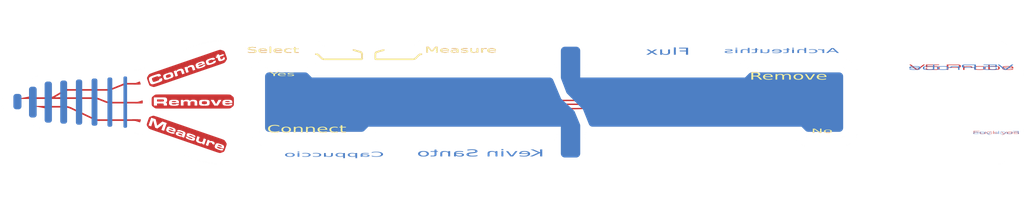
<source format=kicad_pcb>
(kicad_pcb (version 20240108) (generator "pcbnew") (generator_version "8.0")
  (layers (0 "F.Cu" signal) (31 "B.Cu" signal) (34 "B.Paste" user) (35 "F.Paste" user) (36 "B.SilkS" user "B.Silkscreen") (37 "F.SilkS" user "F.Silkscreen") (38 "B.Mask" user) (39 "F.Mask" user) (44 "Edge.Cuts" user))
  (net 0 "")
  (footprint "JumprlessFootprints:M1.6_Screw_Hole" (layer "F.Cu") (at 101.615794 82.971461)
    (property "Reference" "REF**" (hide yes))
    (property "Value" "M1.6_Screw_Hole" (hide yes))
  )
  (footprint "JumprlessFootprints:ProbePad_Remove" (layer "F.Cu") (at 91.217694 86.017638)
    (property "Reference" "REF**" (hide yes))
    (property "Value" "ProbePad_Remove" (hide yes))
  )
  (footprint "JumprlessFootprints:ProbePad_Measure" (layer "F.Cu") (at 90.824794 88.472559 -19)
    (property "Reference" "REF**" (hide yes))
    (property "Value" "ProbePad_Measure" (hide yes))
  )
  (footprint "JumprlessFootprints:M1.6_Screw_Hole" (layer "F.Cu") (at 181.248794 81.066461)
    (property "Reference" "REF**" (hide yes))
    (property "Value" "M1.6_Screw_Hole" (hide yes))
  )
  (footprint "JumprlessFootprints:M1.6_Screw_Hole" (layer "F.Cu") (at 101.615794 89.321461)
    (property "Reference" "REF**" (hide yes))
    (property "Value" "M1.6_Screw_Hole" (hide yes))
  )
  (footprint "JumprlessFootprints:ProbePad_Connect" (layer "F.Cu") (at 90.824794 83.541138 19)
    (property "Reference" "REF**" (hide yes))
    (property "Value" "ProbePad_Connect" (hide yes))
  )
  (footprint "JumprlessFootprints:Probe_Top_Needle_underside" (layer "F.Cu") (at 72.659794 86.146461)
    (property "Reference" "REF**" (hide yes))
    (property "Value" "Probe_Top_Needle_underside" (hide yes))
  )
  (footprint "JumprlessFootprints:M1.6_Screw_Hole" (layer "F.Cu") (at 181.248794 91.226461)
    (property "Reference" "REF**" (hide yes))
    (property "Value" "M1.6_Screw_Hole" (hide yes))
  )
  (gr_poly (pts (xy 198.127448 89.811427) (xy 198.170099 89.812071) (xy 198.211834 89.81333) (xy 198.230469 89.814174) (xy 198.270064 89.817197) (xy 198.309743 89.823293) (xy 198.320546 89.825898) (xy 198.352501 89.838806) (xy 198.366268 89.850615) (xy 198.376331 89.870534) (xy 198.379152 89.891286) (xy 198.379164 89.892918) (xy 198.379164 89.89878) (xy 198.324063 89.89878) (xy 198.324063 89.893993) (xy 198.320613 89.874466) (xy 198.316052 89.866051) (xy 198.290761 89.850335) (xy 198.283421 89.848173) (xy 198.246401 89.841778) (xy 198.212102 89.838989) (xy 198.172709 89.837322) (xy 198.133207 89.836521) (xy 198.092466 89.836256) (xy 198.087636 89.836254) (xy 198.05735 89.836254) (xy 198.016754 89.836439) (xy 197.977484 89.83708) (xy 197.938471 89.838454) (xy 197.935619 89.838599) (xy 197.896003 89.841676) (xy 197.867036 89.846219) (xy 197.837475 89.859276) (xy 197.836555 89.860385) (xy 197.830015 89.879929) (xy 197.829911 89.883344) (xy 197.829911 89.889792) (xy 197.835071 89.909205) (xy 197.837727 89.912751) (xy 197.867332 89.925993) (xy 197.872116 89.927014) (xy 197.911982 89.932061) (xy 197.949102 89.934244) (xy 197.988254 89.935412) (xy 198.031179 89.936053) (xy 198.070548 89.936278) (xy 198.086464 89.936296) (xy 198.128476 89.936445) (xy 198.171978 89.936983) (xy 198.215168 89.938054) (xy 198.248446 89.939422) (xy 198.287705 89.942081) (xy 198.328054 89.947136) (xy 198.344189 89.950364) (xy 198.376546 89.962022) (xy 198.389716 89.972737) (xy 198.399668 89.992778) (xy 198.401635 90.009666) (xy 198.401635 90.015333) (xy 198.398655 90.035385) (xy 198.389716 90.051969) (xy 198.367123 90.068242) (xy 198.345947 90.075807) (xy 198.307992 90.083525) (xy 198.268449 90.087926) (xy 198.258215 90.088703) (xy 198.216005 90.090928) (xy 198.175631 90.092062) (xy 198.135331 90.09255) (xy 198.113624 90.092611) (xy 198.070832 90.092611) (xy 198.028354 90.092462) (xy 197.984433 90.091924) (xy 197.94092 90.090853) (xy 197.907483 90.089485) (xy 197.868335 90.086689) (xy 197.828061 90.081261) (xy 197.811935 90.077761) (xy 197.781016 90.06574) (xy 197.766799 90.053141) (xy 197.758109 90.03336) (xy 197.755672 90.01293) (xy 197.755661 90.011327) (xy 197.755661 90.005074) (xy 197.810763 90.005074) (xy 197.810763 90.009666) (xy 197.813358 90.029542) (xy 197.817406 90.038975) (xy 197.842439 90.054527) (xy 197.850037 90.056659) (xy 197.887433 90.062535) (xy 197.927804 90.065354) (xy 197.967927 90.066633) (xy 198.007488 90.067285) (xy 198.047739 90.067566) (xy 198.06966 90.067601) (xy 198.112451 90.067601) (xy 198.153597 90.0674) (xy 198.193477 90.066705) (xy 198.233223 90.065217) (xy 198.236136 90.065061) (xy 198.276778 90.06169) (xy 198.306478 90.056659) (xy 198.335863 90.043088) (xy 198.337936 90.040636) (xy 198.3451 90.020836) (xy 198.345361 90.015333) (xy 198.345361 90.010252) (xy 198.341185 89.990744) (xy 198.337936 89.98573) (xy 198.308625 89.971957) (xy 198.303742 89.97088) (xy 198.265185 89.96568) (xy 198.223826 89.96326) (xy 198.182919 89.962148) (xy 198.142753 89.961581) (xy 198.101989 89.961337) (xy 198.07982 89.961306) (xy 198.037883 89.961157) (xy 197.994649 89.960619) (xy 197.951996 89.959548) (xy 197.919402 89.95818) (xy 197.87814 89.955107) (xy 197.839795 89.949681) (xy 197.826589 89.946749) (xy 197.794578 89.934186) (xy 197.783798 89.92467) (xy 197.775314 89.905487) (xy 197.773638 89.889108) (xy 197.773638 89.882269) (xy 197.777112 89.862754) (xy 197.785947 89.848466) (xy 197.810271 89.832742) (xy 197.829325 89.826386) (xy 197.866108 89.819303) (xy 197.904411 89.815347) (xy 197.914321 89.814663) (xy 197.955111 89.812716) (xy 197.998403 89.811647) (xy 198.042423 89.811257) (xy 198.052856 89.811243) (xy 198.085487 89.811243)) (fill solid) (layer "F.Cu"))
  (gr_arc (start 117.014213 79.957778) (mid 117.127789 80.062927) (end 117.1702 80.211778) (stroke (width 0.18)) (layer "F.Cu"))
  (gr_poly (pts (xy 193.524594 89.729959) (xy 192.86846 89.729959) (xy 192.86846 89.880022) (xy 193.497629 89.880022) (xy 193.497629 89.905033) (xy 192.86846 89.905033) (xy 192.86846 90.086359) (xy 192.807692 90.086359) (xy 192.807692 89.704949) (xy 193.524594 89.704949)) (fill solid) (layer "F.Cu"))
  (gr_poly (pts (xy 193.673093 89.963162) (xy 193.674086 89.983585) (xy 193.677819 90.004268) (xy 193.681495 90.015137) (xy 193.69522 90.034274) (xy 193.715298 90.047084) (xy 193.750614 90.057828) (xy 193.787399 90.063107) (xy 193.826765 90.065845) (xy 193.866202 90.067162) (xy 193.906852 90.067596) (xy 193.91167 90.067601) (xy 193.930818 90.067601) (xy 193.971355 90.06719) (xy 194.011978 90.065791) (xy 194.048446 90.0634) (xy 194.08911 90.058367) (xy 194.125789 90.050152) (xy 194.13227 90.048159) (xy 194.161677 90.035019) (xy 194.182291 90.017677) (xy 194.193511 89.998486) (xy 194.198127 89.978702) (xy 194.198704 89.967656) (xy 194.198704 89.817496) (xy 194.25615 89.817496) (xy 194.25615 90.086359) (xy 194.198704 90.086359) (xy 194.198704 90.031746) (xy 194.197532 90.031746) (xy 194.179702 90.049232) (xy 194.166659 90.058222) (xy 194.136658 90.071411) (xy 194.116443 90.077077) (xy 194.078386 90.084126) (xy 194.040089 90.088358) (xy 194.037113 90.088606) (xy 193.997967 90.091046) (xy 193.956386 90.092294) (xy 193.918313 90.092611) (xy 193.89936 90.092611) (xy 193.859414 90.092275) (xy 193.818708 90.091095) (xy 193.778736 90.088786) (xy 193.760825 90.087238) (xy 193.722714 90.08215) (xy 193.686378 90.07354) (xy 193.673484 90.068968) (xy 193.646227 90.053581) (xy 193.629368 90.034808) (xy 193.628543 90.033407) (xy 193.620194 90.013119) (xy 193.616453 89.992905) (xy 193.615647 89.976449) (xy 193.615647 89.817496) (xy 193.673093 89.817496)) (fill solid) (layer "F.Cu"))
  (gr_line (start 118.977187 79.957778) (end 119.866188 79.703778) (stroke (width 0.18)) (layer "F.Cu"))
  (gr_poly (pts (xy 193.641226 81.699771) (xy 193.732203 81.700845) (xy 193.813433 81.702724) (xy 193.895882 81.705935) (xy 193.973862 81.710946) (xy 194.055194 81.721545) (xy 194.125901 81.739023) (xy 194.185981 81.763379) (xy 194.196722 81.769076) (xy 194.237437 81.799833) (xy 194.262442 81.834892) (xy 194.275685 81.87153) (xy 194.28062 81.907361) (xy 194.280949 81.920213) (xy 194.278657 81.957872) (xy 194.269345 81.999784) (xy 194.252871 82.035961) (xy 194.223647 82.071802) (xy 194.176516 82.10318) (xy 194.134257 82.11871) (xy 194.056425 82.134431) (xy 193.967979 82.144834) (xy 193.878949 82.151335) (xy 193.797694 82.155118) (xy 193.707523 82.15764) (xy 193.608435 82.158901) (xy 193.555548 82.159059) (xy 193.4627 82.158449) (xy 193.376993 82.156622) (xy 193.279901 82.152625) (xy 193.193966 82.146725) (xy 193.105572 82.137132) (xy 193.022752 82.122476) (xy 193.012706 82.120077) (xy 192.951464 82.097745) (xy 192.905265 82.065006) (xy 192.877637 82.028662) (xy 192.863056 81.992534) (xy 192.856149 81.951098) (xy 192.855535 81.933036) (xy 192.855846 81.92842) (xy 193.028826 81.92842) (xy 193.032311 81.963941) (xy 193.045187 81.999229) (xy 193.075684 82.034861) (xy 193.127964 82.061606) (xy 193.206628 82.078375) (xy 193.293248 82.087319) (xy 193.386313 82.091884) (xy 193.478915 82.093375) (xy 193.4955 82.093406) (xy 193.557966 82.093406) (xy 193.643926 82.093041) (xy 193.727848 82.091779) (xy 193.81245 82.089074) (xy 193.818707 82.08879) (xy 193.899557 82.083376) (xy 193.980933 82.073107) (xy 193.985146 82.072377) (xy 194.051027 82.051179) (xy 194.089458 82.018511) (xy 194.105684 81.984202) (xy 194.110076 81.948594) (xy 194.107407 81.910564) (xy 194.09802 81.873324) (xy 194.079665 81.838829) (xy 194.067358 81.824299) (xy 194.019481 81.794717) (xy 193.945265 81.776817) (xy 193.902128 81.772495) (xy 193.707882 81.765144) (xy 193.537009 81.765144) (xy 193.488649 81.765144) (xy 193.39498 81.766123) (xy 193.313155 81.769063) (xy 193.232663 81.774968) (xy 193.152862 81.78648) (xy 193.125949 81.793012) (xy 193.070653 81.821508) (xy 193.044855 81.85411) (xy 193.03224 81.890841) (xy 193.028826 81.92842) (xy 192.855846 81.92842) (xy 192.858086 81.895147) (xy 192.865736 81.860852) (xy 192.881109 81.825384) (xy 192.907178 81.79084) (xy 192.928075 81.772495) (xy 192.982126 81.742719) (xy 193.0531 81.721992) (xy 193.131446 81.711076) (xy 193.160607 81.709065) (xy 193.240679 81.704711) (xy 193.275865 81.702911) (xy 193.35727 81.699825) (xy 193.389108 81.699491) (xy 193.557966 81.699491)) (fill solid) (layer "F.Cu"))
  (gr_poly (pts (xy 195.291349 89.930043) (xy 195.341956 89.930043) (xy 195.689758 89.817496) (xy 195.774168 89.817496) (xy 195.388069 89.942451) (xy 195.82712 90.086359) (xy 195.737043 90.086359) (xy 195.336289 89.955054) (xy 195.291349 89.955054) (xy 195.291349 90.086359) (xy 195.233903 90.086359) (xy 195.233903 89.704949) (xy 195.291349 89.704949)) (fill solid) (layer "F.Cu"))
  (gr_poly (pts (xy 196.566687 90.064572) (xy 196.568836 90.064572) (xy 196.832228 89.817496) (xy 196.893973 89.817496) (xy 196.641914 90.050992) (xy 196.621443 90.069632) (xy 196.599834 90.088851) (xy 196.580129 90.105847) (xy 196.560239 90.122311) (xy 196.537768 90.13927) (xy 196.511806 90.155412) (xy 196.49615 90.163246) (xy 196.464398 90.174994) (xy 196.430888 90.181906) (xy 196.389925 90.185413) (xy 196.349234 90.186396) (xy 196.346087 90.1864) (xy 196.309939 90.186107) (xy 196.275159 90.185228) (xy 196.275159 90.160804) (xy 196.304859 90.16139) (xy 196.338076 90.16139) (xy 196.377232 90.160563) (xy 196.405096 90.158459) (xy 196.442136 90.150875) (xy 196.453358 90.146931) (xy 196.482001 90.132577) (xy 196.496736 90.122506) (xy 196.51856 90.105259) (xy 196.538431 90.088122) (xy 196.547343 90.080106) (xy 196.526045 90.080106) (xy 196.208725 89.817496) (xy 196.273987 89.817496)) (fill solid) (layer "F.Cu"))
  (gr_poly (pts (xy 114.778122 86.456596) (xy 114.767347 86.552082) (xy 114.725971 86.654339) (xy 114.653562 86.743149) (xy 114.529865 86.829766) (xy 114.336775 86.906345) (xy 114.068673 86.962701) (xy 113.75627 86.998804) (xy 113.430693 87.019937) (xy 113.051758 87.032014) (xy 112.695219 87.035159) (xy 111.939532 87.035159) (xy 111.776011 87.035159) (xy 111.440783 87.035159) (xy 111.101284 87.035159) (xy 110.757516 87.035159) (xy 110.564689 87.035159) (xy 110.243778 87.02931) (xy 109.927999 87.008304) (xy 109.637741 86.96641) (xy 109.437508 86.912939) (xy 109.270208 86.835323) (xy 109.167462 86.751442) (xy 109.107977 86.653547) (xy 109.091416 86.556394) (xy 109.100941 86.422744) (xy 109.810589 86.422744) (xy 109.801064 86.471104) (xy 109.809344 86.562989) (xy 109.844325 86.659489) (xy 109.933552 86.750287) (xy 109.97411 86.770937) (xy 110.240389 86.8249) (xy 110.571238 86.851802) (xy 110.920306 86.866338) (xy 112.103052 86.866338) (xy 112.24911 86.866338) (xy 112.376116 86.866338) (xy 112.476133 86.866338) (xy 112.797525 86.864406) (xy 112.817463 86.86414) (xy 113.122278 86.853588) (xy 113.446162 86.833946) (xy 113.736671 86.789401) (xy 113.925568 86.718579) (xy 113.985921 86.667182) (xy 114.03085 86.577847) (xy 114.041486 86.498362) (xy 114.041486 86.463191) (xy 114.041486 85.346952) (xy 114.778122 85.346952)) (fill solid) (layer "F.Cu"))
  (gr_poly (pts (xy 116.968981 86.480776) (xy 116.987669 86.58037) (xy 117.054794 86.673841) (xy 117.20735 86.760154) (xy 117.359525 86.800392) (xy 117.66901 86.835168) (xy 118.000764 86.853715) (xy 118.35242 86.863182) (xy 118.69943 86.866273) (xy 118.761357 86.866338) (xy 119.131752 86.864019) (xy 119.465423 86.857064) (xy 119.808289 86.843089) (xy 120.138927 86.81939) (xy 120.312421 86.800392) (xy 120.583674 86.740844) (xy 120.741904 86.655901) (xy 120.808713 86.569303) (xy 120.826796 86.480776) (xy 120.826796 85.853414) (xy 121.463415 85.853414) (xy 121.463415 87.035159) (xy 120.826796 87.035159) (xy 120.826796 86.810064) (xy 120.65018 86.888248) (xy 120.409476 86.947022) (xy 120.23463 86.975368) (xy 119.917796 87.006898) (xy 119.592442 87.023714) (xy 119.255339 87.032297) (xy 118.927454 87.0351) (xy 118.869312 87.035159) (xy 118.496975 87.033338) (xy 118.157878 87.027877) (xy 117.780751 87.015931) (xy 117.455561 86.998296) (xy 117.13389 86.969625) (xy 116.853134 86.925822) (xy 116.821336 86.918655) (xy 116.606715 86.853451) (xy 116.453414 86.774344) (xy 116.361434 86.681333) (xy 116.331253 86.588543) (xy 116.330774 86.574419) (xy 116.330774 86.53705) (xy 116.330774 85.853414) (xy 116.968981 85.853414)) (fill solid) (layer "F.Cu"))
  (gr_poly (pts (xy 194.781073 81.773863) (xy 194.821844 81.743078) (xy 194.883484 81.719172) (xy 194.941467 81.707869) (xy 195.025443 81.699205) (xy 195.113851 81.69445) (xy 195.203244 81.692712) (xy 195.224373 81.692652) (xy 195.346886 81.692652) (xy 195.438562 81.693293) (xy 195.522972 81.695217) (xy 195.618265 81.699424) (xy 195.702205 81.705635) (xy 195.787945 81.715733) (xy 195.86731 81.731161) (xy 195.876832 81.733685) (xy 195.942067 81.761115) (xy 195.983859 81.796459) (xy 196.008322 81.83518) (xy 196.0207 81.873388) (xy 196.025359 81.907844) (xy 196.025942 81.926368) (xy 196.023669 81.96208) (xy 196.014434 82.00197) (xy 195.998095 82.036585) (xy 195.969112 82.071159) (xy 195.92237 82.101892) (xy 195.880459 82.117513) (xy 195.805316 82.133701) (xy 195.722613 82.144412) (xy 195.640793 82.151106) (xy 195.547245 82.155772) (xy 195.463962 82.158044) (xy 195.373174 82.159018) (xy 195.349304 82.159059) (xy 195.208253 82.159059) (xy 195.126671 82.158332) (xy 195.038932 82.15538) (xy 194.954528 82.14884) (xy 194.942676 82.147433) (xy 194.866321 82.131285) (xy 194.803295 82.10586) (xy 194.781073 82.093406) (xy 194.781073 82.159059) (xy 194.619469 82.159059) (xy 194.619469 81.92671) (xy 194.783491 81.92671) (xy 194.785053 81.960984) (xy 194.787924 81.979711) (xy 194.803231 82.014405) (xy 194.80888 82.022795) (xy 194.849885 82.054639) (xy 194.917287 82.075625) (xy 194.991036 82.08708) (xy 195.070981 82.093011) (xy 195.102264 82.093406) (xy 195.356155 82.093406) (xy 195.395246 82.093406) (xy 195.589492 82.093406) (xy 195.670032 82.087434) (xy 195.736184 82.077677) (xy 195.798906 82.056165) (xy 195.828471 82.029634) (xy 195.845001 81.99561) (xy 195.851801 81.961341) (xy 195.852651 81.94244) (xy 195.852651 81.922778) (xy 195.850208 81.884288) (xy 195.841619 81.847272) (xy 195.822722 81.811065) (xy 195.81356 81.800363) (xy 195.769967 81.771393) (xy 195.693814 81.75408) (xy 195.674928 81.752321) (xy 195.593257 81.748146) (xy 195.579014 81.747534) (xy 195.497236 81.745484) (xy 195.494787 81.745482) (xy 195.349304 81.744456) (xy 195.266947 81.744456) (xy 195.259031 81.744456) (xy 195.176338 81.746221) (xy 195.173595 81.746337) (xy 195.091238 81.747601) (xy 195.085741 81.747876) (xy 195.002301 81.753056) (xy 194.984588 81.754202) (xy 194.906796 81.763714) (xy 194.843258 81.787515) (xy 194.825 81.801902) (xy 194.801367 81.835394) (xy 194.789328 81.87013) (xy 194.784139 81.906547) (xy 194.783491 81.92671) (xy 194.619469 81.92671) (xy 194.619469 81.502534) (xy 194.781073 81.502534)) (fill solid) (layer "F.Cu"))
  (gr_poly (pts (xy 143.298494 85.854297) (xy 143.626118 85.857275) (xy 143.84986 85.860888) (xy 144.186577 85.870116) (xy 144.515055 85.885947) (xy 144.819052 85.914008) (xy 145.106174 85.965901) (xy 145.324218 86.03219) (xy 145.343771 86.03982) (xy 145.493421 86.120856) (xy 145.585327 86.212273) (xy 145.634 86.307229) (xy 145.65214 86.399739) (xy 145.653349 86.432856) (xy 145.643824 86.50056) (xy 140.830286 86.50056) (xy 140.846719 86.590642) (xy 140.909826 86.680493) (xy 140.998569 86.740162) (xy 141.221481 86.803118) (xy 141.532994 86.840336) (xy 141.730443 86.853149) (xy 142.195603 86.866338) (xy 142.949703 86.866338) (xy 143.295795 86.866338) (xy 143.405338 86.866338) (xy 143.743566 86.865082) (xy 144.05942 86.860623) (xy 144.383468 86.846864) (xy 144.534106 86.835124) (xy 144.816968 86.790068) (xy 144.843684 86.781928) (xy 144.968932 86.700687) (xy 144.97069 86.697517) (xy 145.643824 86.697517) (xy 145.601455 86.793276) (xy 145.452503 86.879261) (xy 145.196306 86.942225) (xy 144.965928 86.971411) (xy 144.650356 86.99625) (xy 144.2968 87.014988) (xy 143.963521 87.026194) (xy 143.602334 87.032917) (xy 143.280028 87.035096) (xy 143.213241 87.035159) (xy 142.8514 87.034482) (xy 142.521962 87.032454) (xy 142.169408 87.028234) (xy 141.817068 87.02085) (xy 141.49216 87.009165) (xy 141.457379 87.007461) (xy 141.134189 86.980602) (xy 140.847278 86.935196) (xy 140.596645 86.871243) (xy 140.550872 86.856226) (xy 140.377432 86.774151) (xy 140.270915 86.67965) (xy 140.214503 86.580326) (xy 140.19348 86.482835) (xy 140.192079 86.447803) (xy 140.204404 86.344489) (xy 140.209511 86.331739) (xy 140.847749 86.331739) (xy 144.988154 86.331739) (xy 144.96189 86.243236) (xy 144.932588 86.206443) (xy 144.781389 86.127456) (xy 144.71509 86.109283) (xy 144.435651 86.065628) (xy 144.195952 86.045535) (xy 143.875491 86.031984) (xy 143.781594 86.029269) (xy 143.463105 86.023395) (xy 143.232292 86.022235) (xy 142.730617 86.022235) (xy 142.404233 86.023737) (xy 142.077443 86.028861) (xy 141.78442 86.037622) (xy 141.473559 86.055918) (xy 141.189078 86.094775) (xy 140.973856 86.162781) (xy 140.911252 86.200288) (xy 140.865212 86.261397) (xy 140.847749 86.331739) (xy 140.209511 86.331739) (xy 140.241381 86.252165) (xy 140.318291 86.155884) (xy 140.452885 86.06356) (xy 140.665869 85.984426) (xy 140.696929 85.976512) (xy 141.001446 85.922657) (xy 141.352061 85.888156) (xy 141.715108 85.86796) (xy 142.061732 85.857742) (xy 142.448433 85.853534) (xy 142.530582 85.853414) (xy 142.968754 85.853414)) (fill solid) (layer "F.Cu"))
  (gr_poly (pts (xy 123.544731 86.03982) (xy 123.730397 85.960147) (xy 124.006195 85.906158) (xy 124.163886 85.889904) (xy 124.497413 85.869129) (xy 124.847176 85.857726) (xy 125.199874 85.853556) (xy 125.283129 85.853414) (xy 125.419661 85.853414) (xy 125.759975 85.854938) (xy 126.094235 85.859987) (xy 126.205512 85.862646) (xy 126.532553 85.874736) (xy 126.811967 85.892542) (xy 127.108925 85.926012) (xy 127.35286 85.983011) (xy 127.543773 86.063536) (xy 127.575593 86.082465) (xy 127.754195 86.000385) (xy 128.00796 85.934395) (xy 128.321754 85.893861) (xy 128.665471 85.872531) (xy 128.985319 85.861156) (xy 129.345054 85.854836) (xy 129.641032 85.853414) (xy 129.998733 85.855657) (xy 130.326668 85.862387) (xy 130.680896 85.876385) (xy 130.99226 85.896844) (xy 131.301342 85.928877) (xy 131.415945 85.945298) (xy 131.670851 86.00388) (xy 131.852926 86.08818) (xy 131.952498 86.18304) (xy 131.993465 86.280022) (xy 131.998586 86.333937) (xy 131.998586 87.035159) (xy 131.361967 87.035159) (xy 131.361967 86.344489) (xy 131.337161 86.253154) (xy 131.236387 86.163406) (xy 131.013134 86.091525) (xy 130.965073 86.083344) (xy 130.640022 86.048552) (xy 130.294817 86.030828) (xy 129.97701 86.023726) (xy 129.723586 86.022235) (xy 129.5045 86.022235) (xy 129.136784 86.025109) (xy 128.818294 86.033734) (xy 128.470218 86.054177) (xy 128.15819 86.094105) (xy 128.112194 86.104007) (xy 127.901294 86.176156) (xy 127.793478 86.261301) (xy 127.766102 86.344489) (xy 127.766102 87.035159) (xy 127.129483 87.035159) (xy 127.129483 86.344489) (xy 127.099716 86.251547) (xy 126.99821 86.167559) (xy 126.824668 86.102688) (xy 126.518871 86.056883) (xy 126.175582 86.035513) (xy 125.851307 86.026084) (xy 125.469767 86.022313) (xy 125.40061 86.022235) (xy 125.056916 86.024413) (xy 124.697181 86.03278) (xy 124.350148 86.050473) (xy 124.049351 86.081151) (xy 123.890823 86.111481) (xy 123.69378 86.183393) (xy 123.585626 86.267611) (xy 123.546083 86.358751) (xy 123.544731 86.380978) (xy 123.544731 87.035159) (xy 122.908112 87.035159) (xy 122.908112 85.850776) (xy 123.544731 85.850776)) (fill solid) (layer "F.Cu"))
  (gr_poly (pts (xy 163.653314 85.853414) (xy 164.308984 85.853414) (xy 164.636422 85.853414) (xy 164.728105 85.853414) (xy 165.028157 85.853414) (xy 165.367335 85.860195) (xy 165.67468 85.883637) (xy 165.9469 85.933869) (xy 165.964828 85.939143) (xy 166.137031 86.016547) (xy 166.225064 86.110528) (xy 166.247417 86.203805) (xy 165.609211 86.203805) (xy 165.554458 86.116942) (xy 165.436165 86.070155) (xy 165.136559 86.033526) (xy 164.909089 86.022235) (xy 163.653314 86.022235) (xy 162.997644 86.022235) (xy 162.67157 86.027387) (xy 162.446754 86.035424) (xy 162.133084 86.056104) (xy 161.941904 86.080267) (xy 161.763302 86.154291) (xy 161.751395 86.191055) (xy 161.805162 86.280252) (xy 161.941904 86.328662) (xy 162.261278 86.354724) (xy 162.56106 86.359876) (xy 163.66284 86.388013) (xy 164.855111 86.388013) (xy 165.184965 86.391105) (xy 165.512452 86.402213) (xy 165.84758 86.427458) (xy 166.033094 86.452639) (xy 166.263343 86.518461) (xy 166.38105 86.609864) (xy 166.410938 86.70675) (xy 166.382758 86.805613) (xy 166.28369 86.89253) (xy 166.065739 86.963814) (xy 165.960066 86.980204) (xy 165.631511 87.009184) (xy 165.299906 87.02464) (xy 164.959612 87.032529) (xy 164.630686 87.035105) (xy 164.572522 87.035159) (xy 163.380251 87.035159) (xy 163.00717 87.035159) (xy 162.753157 87.035159) (xy 162.543597 87.035159) (xy 162.222112 87.029443) (xy 161.890023 87.015066) (xy 161.838712 87.012297) (xy 161.536632 86.984653) (xy 161.27403 86.930216) (xy 161.219556 86.91162) (xy 161.079558 86.831029) (xy 161.021959 86.742662) (xy 161.014759 86.691802) (xy 161.022697 86.641244) (xy 161.668841 86.634649) (xy 161.678366 86.662346) (xy 161.711489 86.754057) (xy 161.851413 86.82721) (xy 162.141028 86.866067) (xy 162.468281 86.883402) (xy 162.497557 86.884363) (xy 163.6168 86.894475) (xy 163.807309 86.894475) (xy 163.972417 86.896673) (xy 164.108949 86.896673) (xy 164.22643 86.896673) (xy 164.326447 86.896673) (xy 164.646723 86.894741) (xy 164.667777 86.894475) (xy 164.982117 86.883923) (xy 165.304439 86.867899) (xy 165.567934 86.838641) (xy 165.720606 86.757432) (xy 165.728279 86.722577) (xy 165.691335 86.634899) (xy 165.531537 86.558563) (xy 165.504431 86.552437) (xy 165.192557 86.516075) (xy 164.85188 86.506017) (xy 164.791608 86.505835) (xy 163.635851 86.503637) (xy 162.534071 86.503637) (xy 162.196115 86.499818) (xy 161.867626 86.48639) (xy 161.540495 86.45685) (xy 161.441817 86.442528) (xy 161.214471 86.378313) (xy 161.098248 86.287732) (xy 161.068736 86.191055) (xy 161.097117 86.101032) (xy 161.20889 86.010461) (xy 161.405455 85.941292) (xy 161.427529 85.936066) (xy 161.710183 85.889009) (xy 162.027699 85.86318) (xy 162.362774 85.853737) (xy 162.443579 85.853414)) (fill solid) (layer "F.Cu"))
  (gr_line (start 117.014213 79.957778) (end 116.125212 79.703778) (stroke (width 0.18)) (layer "F.Cu"))
  (gr_poly (pts (xy 134.086252 86.03982) (xy 134.274678 85.966043) (xy 134.533224 85.910119) (xy 134.695882 85.890343) (xy 135.016548 85.86784) (xy 135.357169 85.856335) (xy 135.669068 85.853414) (xy 136.343789 85.853414) (xy 136.698191 85.855069) (xy 137.024761 85.860036) (xy 137.393834 85.8709) (xy 137.719419 85.886938) (xy 138.052718 85.913012) (xy 138.362418 85.952848) (xy 138.399703 85.959366) (xy 138.654608 86.029159) (xy 138.817907 86.118177) (xy 138.913497 86.21524) (xy 138.961861 86.310767) (xy 138.981775 86.419603) (xy 138.982344 86.442967) (xy 138.973236 86.536315) (xy 138.938259 86.637253) (xy 138.877051 86.726104) (xy 138.772486 86.814488) (xy 138.609263 86.895354) (xy 138.377179 86.956518) (xy 138.054008 87.000207) (xy 137.696513 87.0241) (xy 137.334582 87.03393) (xy 137.134403 87.035159) (xy 136.351727 87.035159) (xy 135.432519 87.035159) (xy 135.093603 87.031262) (xy 134.777365 87.018125) (xy 134.576814 87.002186) (xy 134.306142 86.955695) (xy 134.107331 86.878873) (xy 134.086252 86.866338) (xy 134.086252 87.54162) (xy 133.449633 87.54162) (xy 133.449633 86.445605) (xy 134.095777 86.445605) (xy 134.107095 86.534192) (xy 134.150555 86.624826) (xy 134.259205 86.71908) (xy 134.476505 86.794161) (xy 134.55935 86.807426) (xy 134.888565 86.835904) (xy 135.23804 86.85161) (xy 135.60265 86.860585) (xy 135.952367 86.8649) (xy 136.343789 86.866338) (xy 136.69394 86.864674) (xy 137.062754 86.858286) (xy 137.422213 86.844777) (xy 137.73963 86.821352) (xy 137.912316 86.798194) (xy 138.132859 86.726306) (xy 138.235754 86.642569) (xy 138.286067 86.54757) (xy 138.299685 86.450001) (xy 138.286737 86.346998) (xy 138.238898 86.247338) (xy 138.141064 86.160489) (xy 137.931367 86.08818) (xy 137.617138 86.053404) (xy 137.297182 86.036725) (xy 136.957391 86.027451) (xy 136.628015 86.023265) (xy 136.334263 86.022235) (xy 136.115177 86.022235) (xy 135.789426 86.022235) (xy 135.746859 86.022235) (xy 135.424581 86.022235) (xy 135.141992 86.027071) (xy 134.828031 86.045224) (xy 134.787962 86.048173) (xy 134.477407 86.085371) (xy 134.263131 86.156571) (xy 134.241835 86.168634) (xy 134.152831 86.257454) (xy 134.110041 86.345261) (xy 134.09592 86.435007) (xy 134.095777 86.445605) (xy 133.449633 86.445605) (xy 133.449633 85.850776) (xy 134.086252 85.850776)) (fill solid) (layer "F.Cu"))
  (gr_arc (start 124.16422 80.3658) (mid 124.32437 80.254315) (end 124.516009 80.217559) (stroke (width 0.18)) (layer "F.Cu"))
  (gr_arc (start 123.804852 80.725168) (mid 123.625575 80.822948) (end 123.42353 80.852559) (stroke (width 0.18)) (layer "F.Cu"))
  (gr_line (start 117.1702 80.748684) (end 117.1702 80.211778) (stroke (width 0.18)) (layer "F.Cu"))
  (gr_arc (start 111.475391 80.217559) (mid 111.667041 80.254291) (end 111.82718 80.3658) (stroke (width 0.18)) (layer "F.Cu"))
  (gr_poly (pts (xy 194.814074 89.8115) (xy 194.853177 89.812269) (xy 194.892439 89.813748) (xy 194.919513 89.815347) (xy 194.959987 89.819258) (xy 194.998386 89.826112) (xy 195.011935 89.829806) (xy 195.042116 89.843042) (xy 195.05922 89.858431) (xy 195.068897 89.8777) (xy 195.072492 89.898011) (xy 195.072703 89.904935) (xy 195.072703 89.911285) (xy 195.017601 89.911285) (xy 195.017601 89.907182) (xy 195.015061 89.887472) (xy 195.007441 89.871718) (xy 194.984154 89.854944) (xy 194.970316 89.850029) (xy 194.93318 89.842703) (xy 194.894894 89.839185) (xy 194.854621 89.837399) (xy 194.815058 89.83654) (xy 194.774784 89.836257) (xy 194.770037 89.836254) (xy 194.746394 89.836254) (xy 194.703603 89.836504) (xy 194.660834 89.837384) (xy 194.619985 89.839105) (xy 194.602193 89.840259) (xy 194.562439 89.844836) (xy 194.526667 89.853403) (xy 194.518955 89.856282) (xy 194.493549 89.871786) (xy 194.480658 89.890183) (xy 194.474838 89.910172) (xy 194.472231 89.930538) (xy 194.47167 89.947335) (xy 194.47167 89.956519) (xy 194.472605 89.977236) (xy 194.475793 89.996961) (xy 194.481244 90.013476) (xy 194.495703 90.032747) (xy 194.519932 90.047182) (xy 194.555445 90.057196) (xy 194.593435 90.062527) (xy 194.603365 90.0634) (xy 194.644686 90.065791) (xy 194.684607 90.06701) (xy 194.724711 90.067535) (xy 194.746394 90.067601) (xy 194.770037 90.067601) (xy 194.811965 90.067361) (xy 194.853006 90.066533) (xy 194.894547 90.064758) (xy 194.897629 90.064572) (xy 194.936429 90.060902) (xy 194.974224 90.053435) (xy 195.003886 90.039837) (xy 195.011935 90.032039) (xy 195.020667 90.012293) (xy 195.022095 89.997552) (xy 195.022095 89.992569) (xy 195.077197 89.992569) (xy 195.077197 89.999799) (xy 195.074778 90.020698) (xy 195.065977 90.040725) (xy 195.062542 90.045326) (xy 195.041236 90.062205) (xy 195.012912 90.073756) (xy 194.974939 90.082231) (xy 194.936832 90.08697) (xy 194.918927 90.08841) (xy 194.879127 90.090625) (xy 194.838315 90.091918) (xy 194.798066 90.092509) (xy 194.771014 90.092611) (xy 194.745222 90.092611) (xy 194.702613 90.092363) (xy 194.663519 90.09162) (xy 194.623146 90.090164) (xy 194.583215 90.087752) (xy 194.579137 90.087433) (xy 194.537974 90.082775) (xy 194.5006 90.075033) (xy 194.477727 90.067405) (xy 194.450169 90.052015) (xy 194.432482 90.03374) (xy 194.427706 90.025689) (xy 194.42003 90.00547) (xy 194.415817 89.983824) (xy 194.414342 89.964268) (xy 194.414224 89.956421) (xy 194.414224 89.947433) (xy 194.415066 89.926874) (xy 194.418029 89.906212) (xy 194.423822 89.886318) (xy 194.427706 89.87758) (xy 194.442562 89.857893) (xy 194.467289 89.841127) (xy 194.478313 89.836254) (xy 194.512927 89.825864) (xy 194.552779 89.819107) (xy 194.579527 89.816421) (xy 194.618624 89.813918) (xy 194.658307 89.812381) (xy 194.702631 89.811491) (xy 194.745222 89.811243) (xy 194.771014 89.811243)) (fill solid) (layer "F.Cu"))
  (gr_arc (start 117.1702 80.748684) (mid 117.141227 80.821967) (end 117.0686 80.852559) (stroke (width 0.18)) (layer "F.Cu"))
  (gr_arc (start 118.9228 80.852559) (mid 118.850174 80.821957) (end 118.8212 80.748684) (stroke (width 0.18)) (layer "F.Cu"))
  (gr_line (start 123.42353 80.852559) (end 118.9228 80.852559) (stroke (width 0.18)) (layer "F.Cu"))
  (gr_line (start 118.8212 80.748684) (end 118.8212 80.211778) (stroke (width 0.18)) (layer "F.Cu"))
  (gr_line (start 112.56787 80.852559) (end 117.0686 80.852559) (stroke (width 0.18)) (layer "F.Cu"))
  (gr_poly (pts (xy 191.668295 81.779847) (xy 191.71198 81.748276) (xy 191.777039 81.725182) (xy 191.794031 81.721033) (xy 191.872406 81.708769) (xy 191.957499 81.702521) (xy 192.04898 81.699828) (xy 192.100312 81.699491) (xy 192.192487 81.700263) (xy 192.27557 81.70258) (xy 192.36327 81.707399) (xy 192.449041 81.715831) (xy 192.525246 81.729175) (xy 192.533135 81.731121) (xy 192.592941 81.755659) (xy 192.629671 81.788961) (xy 192.649123 81.826971) (xy 192.656373 81.86614) (xy 192.656856 81.880548) (xy 192.654438 81.901236) (xy 192.495253 81.901236) (xy 192.491273 81.864616) (xy 192.475106 81.827888) (xy 192.439289 81.797081) (xy 192.431579 81.793354) (xy 192.356293 81.775089) (xy 192.276198 81.767899) (xy 192.185787 81.765254) (xy 192.160359 81.765144) (xy 192.104745 81.765144) (xy 192.02122 81.766093) (xy 191.935736 81.769602) (xy 191.853813 81.776777) (xy 191.775071 81.790495) (xy 191.768642 81.792157) (xy 191.711511 81.818203) (xy 191.682407 81.850634) (xy 191.669863 81.887863) (xy 191.668295 81.909442) (xy 191.668295 82.159059) (xy 191.506692 82.159059) (xy 191.506692 81.698465) (xy 191.668295 81.698465)) (fill solid) (layer "F.Cu"))
  (gr_poly (pts (xy 197.351455 89.811477) (xy 197.392829 89.812317) (xy 197.434238 89.813991) (xy 197.466478 89.816128) (xy 197.504782 89.820433) (xy 197.542132 89.827962) (xy 197.560853 89.833909) (xy 197.588371 89.848017) (xy 197.606443 89.866161) (xy 197.608139 89.868885) (xy 197.616615 89.888696) (xy 197.620412 89.908507) (xy 197.62123 89.92467) (xy 197.62123 89.955054) (xy 197.023519 89.955054) (xy 197.023519 89.961208) (xy 197.02472 89.982556) (xy 197.028768 90.002447) (xy 197.033679 90.01504) (xy 197.048578 90.033382) (xy 197.072954 90.047377) (xy 197.108271 90.057294) (xy 197.149032 90.062845) (xy 197.155606 90.0634) (xy 197.196476 90.065791) (xy 197.235961 90.06701) (xy 197.275626 90.067535) (xy 197.297071 90.067601) (xy 197.318369 90.067601) (xy 197.360911 90.067346) (xy 197.402524 90.066464) (xy 197.444601 90.064575) (xy 197.44772 90.064377) (xy 197.486808 90.060591) (xy 197.524315 90.053141) (xy 197.553171 90.039494) (xy 197.560853 90.03155) (xy 197.569081 90.01179) (xy 197.570428 89.997259) (xy 197.570428 89.992569) (xy 197.625724 89.992569) (xy 197.625724 89.998431) (xy 197.623306 90.019442) (xy 197.614504 90.039678) (xy 197.61107 90.044349) (xy 197.589599 90.061436) (xy 197.560853 90.073169) (xy 197.522717 90.081828) (xy 197.481609 90.087039) (xy 197.467455 90.088215) (xy 197.428387 90.090533) (xy 197.388234 90.091886) (xy 197.348572 90.092504) (xy 197.321886 90.092611) (xy 197.297071 90.092611) (xy 197.254072 90.09234) (xy 197.214663 90.091527) (xy 197.174021 90.089933) (xy 197.133905 90.087293) (xy 197.129813 90.086945) (xy 197.08872 90.081906) (xy 197.05158 90.073803) (xy 197.02899 90.06594) (xy 197.001832 90.050368) (xy 196.984317 90.032058) (xy 196.979555 90.024028) (xy 196.971879 90.003809) (xy 196.967666 89.982163) (xy 196.966192 89.962607) (xy 196.966073 89.95476) (xy 196.966073 89.947922) (xy 196.966808 89.930043) (xy 197.024691 89.930043) (xy 197.564957 89.930043) (xy 197.564957 89.920762) (xy 197.563236 89.900189) (xy 197.556521 89.879884) (xy 197.555968 89.87885) (xy 197.537635 89.860921) (xy 197.51982 89.852765) (xy 197.48219 89.843941) (xy 197.442835 89.839771) (xy 197.400621 89.837628) (xy 197.358264 89.836597) (xy 197.314563 89.836257) (xy 197.309381 89.836254) (xy 197.291405 89.836254) (xy 197.250298 89.836492) (xy 197.209251 89.837329) (xy 197.170096 89.838966) (xy 197.153065 89.840064) (xy 197.112358 89.844547) (xy 197.075297 89.853308) (xy 197.07354 89.853937) (xy 197.046954 89.86878) (xy 197.035829 89.882269) (xy 197.028419 89.901865) (xy 197.025122 89.922842) (xy 197.024691 89.930043) (xy 196.966808 89.930043) (xy 196.966916 89.927405) (xy 196.969878 89.906777) (xy 196.975671 89.886901) (xy 196.979555 89.878166) (xy 196.994218 89.85843) (xy 197.018303 89.841504) (xy 197.02899 89.836547) (xy 197.062681 89.825967) (xy 197.101452 89.819121) (xy 197.127469 89.816421) (xy 197.17002 89.813691) (xy 197.209063 89.812234) (xy 197.25255 89.811425) (xy 197.288083 89.811243) (xy 197.311726 89.811243)) (fill solid) (layer "F.Cu"))
  (gr_poly (pts (xy 170.136985 85.853414) (xy 170.792655 85.853414) (xy 171.120093 85.853414) (xy 171.211775 85.853414) (xy 171.511828 85.853414) (xy 171.851005 85.860195) (xy 172.15835 85.883637) (xy 172.430571 85.933869) (xy 172.448499 85.939143) (xy 172.620702 86.016547) (xy 172.708735 86.110528) (xy 172.731088 86.203805) (xy 172.092881 86.203805) (xy 172.038129 86.116942) (xy 171.919835 86.070155) (xy 171.62023 86.033526) (xy 171.392759 86.022235) (xy 170.136985 86.022235) (xy 169.481315 86.022235) (xy 169.155241 86.027387) (xy 168.930425 86.035424) (xy 168.616754 86.056104) (xy 168.425575 86.080267) (xy 168.246973 86.154291) (xy 168.235066 86.191055) (xy 168.288833 86.280252) (xy 168.425575 86.328662) (xy 168.744948 86.354724) (xy 169.044731 86.359876) (xy 170.14651 86.388013) (xy 171.338782 86.388013) (xy 171.668635 86.391105) (xy 171.996123 86.402213) (xy 172.331251 86.427458) (xy 172.516765 86.452639) (xy 172.747013 86.518461) (xy 172.864721 86.609864) (xy 172.894609 86.70675) (xy 172.866429 86.805613) (xy 172.76736 86.89253) (xy 172.54941 86.963814) (xy 172.443736 86.980204) (xy 172.115182 87.009184) (xy 171.783577 87.02464) (xy 171.443283 87.032529) (xy 171.114356 87.035105) (xy 171.056193 87.035159) (xy 169.863921 87.035159) (xy 169.49084 87.035159) (xy 169.236828 87.035159) (xy 169.027267 87.035159) (xy 168.705783 87.029443) (xy 168.373694 87.015066) (xy 168.322383 87.012297) (xy 168.020302 86.984653) (xy 167.757701 86.930216) (xy 167.703227 86.91162) (xy 167.563229 86.831029) (xy 167.505629 86.742662) (xy 167.498429 86.691802) (xy 167.506367 86.641244) (xy 168.152512 86.634649) (xy 168.162037 86.662346) (xy 168.195159 86.754057) (xy 168.335083 86.82721) (xy 168.624698 86.866067) (xy 168.951952 86.883402) (xy 168.981228 86.884363) (xy 170.10047 86.894475) (xy 170.29098 86.894475) (xy 170.456088 86.896673) (xy 170.59262 86.896673) (xy 170.710101 86.896673) (xy 170.810118 86.896673) (xy 171.130393 86.894741) (xy 171.151447 86.894475) (xy 171.465788 86.883923) (xy 171.78811 86.867899) (xy 172.051604 86.838641) (xy 172.204277 86.757432) (xy 172.21195 86.722577) (xy 172.175006 86.634899) (xy 172.015208 86.558563) (xy 171.988101 86.552437) (xy 171.676227 86.516075) (xy 171.335551 86.506017) (xy 171.275279 86.505835) (xy 170.119521 86.503637) (xy 169.017742 86.503637) (xy 168.679786 86.499818) (xy 168.351297 86.48639) (xy 168.024166 86.45685) (xy 167.925488 86.442528) (xy 167.698142 86.378313) (xy 167.581918 86.287732) (xy 167.552407 86.191055) (xy 167.580788 86.101032) (xy 167.69256 86.010461) (xy 167.889126 85.941292) (xy 167.9112 85.936066) (xy 168.193854 85.889009) (xy 168.511369 85.86318) (xy 168.846445 85.853737) (xy 168.92725 85.853414)) (fill solid) (layer "F.Cu"))
  (gr_poly (pts (xy 153.067341 87.035159) (xy 152.430722 87.035159) (xy 152.430722 85.346952) (xy 153.067341 85.346952)) (fill solid) (layer "F.Cu"))
  (gr_poly (pts (xy 197.119565 81.699835) (xy 197.202731 81.700993) (xy 197.259527 81.702398) (xy 197.345001 81.705987) (xy 197.428384 81.712143) (xy 197.505553 81.723056) (xy 197.578437 81.743236) (xy 197.633787 81.769015) (xy 197.638751 81.771982) (xy 197.676739 81.803496) (xy 197.700068 81.839047) (xy 197.712424 81.875975) (xy 197.717029 81.911951) (xy 197.717336 81.92483) (xy 197.714918 81.951159) (xy 196.49302 81.951159) (xy 196.497191 81.986191) (xy 196.513211 82.021133) (xy 196.535738 82.044338) (xy 196.592323 82.06882) (xy 196.671399 82.083294) (xy 196.721521 82.088277) (xy 196.8396 82.093406) (xy 197.031026 82.093406) (xy 197.11888 82.093406) (xy 197.146687 82.093406) (xy 197.232545 82.092918) (xy 197.312723 82.091183) (xy 197.394981 82.085833) (xy 197.43322 82.081267) (xy 197.505024 82.063745) (xy 197.511805 82.06058) (xy 197.543599 82.028986) (xy 197.544045 82.027754) (xy 197.714918 82.027754) (xy 197.704163 82.064993) (xy 197.666352 82.098432) (xy 197.601317 82.122918) (xy 197.542836 82.134268) (xy 197.46273 82.143927) (xy 197.372981 82.151215) (xy 197.288379 82.155572) (xy 197.196693 82.158187) (xy 197.114877 82.159034) (xy 197.097924 82.159059) (xy 197.006072 82.158796) (xy 196.922445 82.158007) (xy 196.832951 82.156366) (xy 196.743511 82.153494) (xy 196.661034 82.14895) (xy 196.652205 82.148287) (xy 196.570164 82.137842) (xy 196.497333 82.120184) (xy 196.433711 82.095313) (xy 196.422091 82.089474) (xy 196.378064 82.057556) (xy 196.351026 82.020805) (xy 196.336706 81.982179) (xy 196.331369 81.944266) (xy 196.331013 81.930643) (xy 196.334142 81.890465) (xy 196.335438 81.885507) (xy 196.497453 81.885507) (xy 197.548478 81.885507) (xy 197.541812 81.851089) (xy 197.534373 81.83678) (xy 197.495992 81.806063) (xy 197.479162 81.798996) (xy 197.408228 81.782019) (xy 197.347381 81.774205) (xy 197.266033 81.768935) (xy 197.242198 81.767879) (xy 197.161351 81.765595) (xy 197.10276 81.765144) (xy 196.975411 81.765144) (xy 196.89256 81.765728) (xy 196.809606 81.767721) (xy 196.735223 81.771128) (xy 196.656312 81.778243) (xy 196.584098 81.793354) (xy 196.529464 81.819801) (xy 196.513573 81.834386) (xy 196.501886 81.858151) (xy 196.497453 81.885507) (xy 196.335438 81.885507) (xy 196.343528 81.854561) (xy 196.363052 81.817119) (xy 196.397218 81.781215) (xy 196.451283 81.75044) (xy 196.459168 81.747363) (xy 196.536468 81.726419) (xy 196.62547 81.713002) (xy 196.717628 81.705148) (xy 196.805617 81.701174) (xy 196.90378 81.699538) (xy 196.924633 81.699491) (xy 197.035862 81.699491)) (fill solid) (layer "F.Cu"))
  (gr_poly (pts (xy 188.536577 81.568186) (xy 187.072072 81.568186) (xy 187.060385 81.787028) (xy 187.115093 81.759074) (xy 187.182494 81.73984) (xy 187.259627 81.72829) (xy 187.345359 81.722119) (xy 187.365457 81.721375) (xy 187.547613 81.710433) (xy 187.610078 81.710433) (xy 187.889761 81.710433) (xy 187.977364 81.711022) (xy 188.059832 81.712787) (xy 188.152013 81.71646) (xy 188.236799 81.721827) (xy 188.326369 81.730232) (xy 188.361675 81.73454) (xy 188.443232 81.748495) (xy 188.510296 81.768947) (xy 188.556765 81.800775) (xy 188.563981 81.814212) (xy 188.582519 81.891661) (xy 188.584937 81.939704) (xy 188.582507 81.975872) (xy 188.573175 82.014613) (xy 188.556844 82.048269) (xy 188.528945 82.081107) (xy 188.485396 82.110161) (xy 188.414807 82.133798) (xy 188.339409 82.146834) (xy 188.260507 82.154283) (xy 188.168429 82.158294) (xy 188.099724 82.159059) (xy 187.857521 82.159059) (xy 187.363039 82.159059) (xy 187.269941 82.157844) (xy 187.186506 82.154202) (xy 187.101377 82.146883) (xy 187.020191 82.134472) (xy 186.978173 82.124523) (xy 186.918561 82.099387) (xy 186.881951 82.067622) (xy 186.862562 82.032551) (xy 186.855337 81.997086) (xy 186.854855 81.984156) (xy 186.85687 81.962101) (xy 187.034996 81.962101) (xy 187.039364 81.997185) (xy 187.056563 82.031397) (xy 187.090207 82.057844) (xy 187.159157 82.078283) (xy 187.241795 82.089016) (xy 187.307425 82.093406) (xy 187.711634 82.093406) (xy 188.111411 82.093406) (xy 188.193302 82.091012) (xy 188.272611 82.081585) (xy 188.333061 82.063144) (xy 188.373505 82.032603) (xy 188.391623 81.99746) (xy 188.395527 81.966546) (xy 188.393656 81.926643) (xy 188.388046 81.892463) (xy 188.374747 81.85579) (xy 188.345603 81.821974) (xy 188.34233 81.819854) (xy 188.273531 81.799851) (xy 188.183996 81.790907) (xy 188.091878 81.787541) (xy 188.030408 81.787028) (xy 187.457341 81.787028) (xy 187.368674 81.787596) (xy 187.284438 81.789559) (xy 187.203198 81.793767) (xy 187.197406 81.794209) (xy 187.120432 81.809596) (xy 187.073891 81.839238) (xy 187.071669 81.841738) (xy 186.882259 81.841738) (xy 186.903215 81.502534) (xy 188.536577 81.502534)) (fill solid) (layer "F.Cu"))
  (gr_poly (pts (xy 147.625122 86.060043) (xy 147.797213 85.978861) (xy 148.053507 85.919475) (xy 148.120446 85.908808) (xy 148.429193 85.87727) (xy 148.764408 85.861204) (xy 149.124788 85.854279) (xy 149.327006 85.853414) (xy 149.690118 85.8554) (xy 150.017416 85.861357) (xy 150.362901 85.873747) (xy 150.700785 85.895431) (xy 151.000986 85.929743) (xy 151.032065 85.934747) (xy 151.267667 85.997846) (xy 151.41236 86.083479) (xy 151.48899 86.181218) (xy 151.517548 86.28194) (xy 151.519452 86.31899) (xy 151.509926 86.372186) (xy 150.882833 86.372186) (xy 150.867155 86.278021) (xy 150.803466 86.183576) (xy 150.66237 86.104359) (xy 150.631995 86.094775) (xy 150.335417 86.047808) (xy 150.019891 86.029319) (xy 149.663727 86.022518) (xy 149.563555 86.022235) (xy 149.344469 86.022235) (xy 149.015431 86.024677) (xy 148.678675 86.033699) (xy 148.35595 86.05215) (xy 148.045752 86.087424) (xy 148.020429 86.091697) (xy 147.795366 86.158674) (xy 147.680712 86.242067) (xy 147.631298 86.337798) (xy 147.625122 86.393288) (xy 147.625122 87.035159) (xy 146.988503 87.035159) (xy 146.988503 85.850776) (xy 147.625122 85.850776)) (fill solid) (layer "F.Cu"))
  (gr_line (start 111.82718 80.3658) (end 112.186548 80.725168) (stroke (width 0.18)) (layer "F.Cu"))
  (gr_poly (pts (xy 185.940043 82.159059) (xy 185.683735 82.159059) (xy 184.840254 81.502534) (xy 185.057472 81.504585) (xy 185.813098 82.092893) (xy 186.580008 81.504072) (xy 186.794808 81.502534)) (fill solid) (layer "F.Cu"))
  (gr_poly (pts (xy 190.846322 81.503898) (xy 190.93715 81.508939) (xy 191.023481 81.519248) (xy 191.098323 81.536644) (xy 191.111751 81.541344) (xy 191.161428 81.568544) (xy 191.191936 81.601736) (xy 191.208094 81.637739) (xy 191.214115 81.673769) (xy 191.214516 81.686839) (xy 191.212706 81.721825) (xy 191.205754 81.758562) (xy 191.195978 81.784805) (xy 191.174314 81.817871) (xy 191.131042 81.847246) (xy 191.124244 81.850287) (xy 191.057962 81.872014) (xy 190.986821 81.885336) (xy 190.907515 81.892531) (xy 190.820357 81.895754) (xy 190.745424 81.896449) (xy 189.666591 81.896449) (xy 189.666591 82.159059) (xy 189.479598 82.159059) (xy 189.479598 81.830796) (xy 189.666591 81.830796) (xy 190.63218 81.830796) (xy 190.725034 81.829643) (xy 190.813726 81.825499) (xy 190.89845 81.816083) (xy 190.940476 81.806689) (xy 190.989101 81.778936) (xy 191.010841 81.745593) (xy 191.019569 81.706941) (xy 191.02027 81.690259) (xy 191.01552 81.655767) (xy 190.996814 81.622058) (xy 190.960223 81.595883) (xy 190.888243 81.57695) (xy 190.804414 81.569512) (xy 190.738573 81.568186) (xy 189.666591 81.568186) (xy 189.666591 81.830796) (xy 189.479598 81.830796) (xy 189.479598 81.502534) (xy 190.757111 81.502534)) (fill solid) (layer "F.Cu"))
  (gr_arc (start 112.56787 80.852559) (mid 112.365825 80.822939) (end 112.186548 80.725168) (stroke (width 0.18)) (layer "F.Cu"))
  (gr_line (start 124.16422 80.3658) (end 123.804852 80.725168) (stroke (width 0.18)) (layer "F.Cu"))
  (gr_poly (pts (xy 157.497796 85.854297) (xy 157.82542 85.857275) (xy 158.049162 85.860888) (xy 158.385879 85.870116) (xy 158.714357 85.885947) (xy 159.018354 85.914008) (xy 159.305476 85.965901) (xy 159.52352 86.03219) (xy 159.543073 86.03982) (xy 159.692723 86.120856) (xy 159.784629 86.212273) (xy 159.833303 86.307229) (xy 159.851442 86.399739) (xy 159.852651 86.432856) (xy 159.843126 86.50056) (xy 155.029588 86.50056) (xy 155.046022 86.590642) (xy 155.109128 86.680493) (xy 155.197871 86.740162) (xy 155.420783 86.803118) (xy 155.732296 86.840336) (xy 155.929745 86.853149) (xy 156.394905 86.866338) (xy 157.149005 86.866338) (xy 157.495097 86.866338) (xy 157.60464 86.866338) (xy 157.942869 86.865082) (xy 158.258722 86.860623) (xy 158.58277 86.846864) (xy 158.733408 86.835124) (xy 159.01627 86.790068) (xy 159.042986 86.781928) (xy 159.168234 86.700687) (xy 159.169992 86.697517) (xy 159.843126 86.697517) (xy 159.800757 86.793276) (xy 159.651805 86.879261) (xy 159.395608 86.942225) (xy 159.16523 86.971411) (xy 158.849658 86.99625) (xy 158.496103 87.014988) (xy 158.162823 87.026194) (xy 157.801636 87.032917) (xy 157.47933 87.035096) (xy 157.412543 87.035159) (xy 157.050702 87.034482) (xy 156.721264 87.032454) (xy 156.36871 87.028234) (xy 156.01637 87.02085) (xy 155.691462 87.009165) (xy 155.656681 87.007461) (xy 155.333491 86.980602) (xy 155.04658 86.935196) (xy 154.795947 86.871243) (xy 154.750174 86.856226) (xy 154.576734 86.774151) (xy 154.470217 86.67965) (xy 154.413806 86.580326) (xy 154.392783 86.482835) (xy 154.391381 86.447803) (xy 154.403707 86.344489) (xy 154.408813 86.331739) (xy 155.047051 86.331739) (xy 159.187456 86.331739) (xy 159.161193 86.243236) (xy 159.131891 86.206443) (xy 158.980691 86.127456) (xy 158.914392 86.109283) (xy 158.634954 86.065628) (xy 158.395254 86.045535) (xy 158.074793 86.031984) (xy 157.980896 86.029269) (xy 157.662407 86.023395) (xy 157.431594 86.022235) (xy 156.929919 86.022235) (xy 156.603535 86.023737) (xy 156.276745 86.028861) (xy 155.983722 86.037622) (xy 155.672861 86.055918) (xy 155.38838 86.094775) (xy 155.173158 86.162781) (xy 155.110554 86.200288) (xy 155.064514 86.261397) (xy 155.047051 86.331739) (xy 154.408813 86.331739) (xy 154.440683 86.252165) (xy 154.517594 86.155884) (xy 154.652187 86.06356) (xy 154.865171 85.984426) (xy 154.896231 85.976512) (xy 155.200748 85.922657) (xy 155.551363 85.888156) (xy 155.91441 85.86796) (xy 156.261034 85.857742) (xy 156.647735 85.853534) (xy 156.729884 85.853414) (xy 157.168056 85.853414)) (fill solid) (layer "F.Cu"))
  (gr_arc (start 118.8212 80.211778) (mid 118.863599 80.062919) (end 118.977187 79.957778) (stroke (width 0.18)) (layer "F.Cu"))
  (gr_poly (pts (xy 197.62947 89.736346) (xy 198.285604 89.736346) (xy 198.285604 89.886409) (xy 197.656435 89.886409) (xy 197.656435 89.91142) (xy 198.285604 89.91142) (xy 198.285604 90.092746) (xy 198.346372 90.092746) (xy 198.346372 89.711336) (xy 197.62947 89.711336)) (fill solid) (layer "B.Cu"))
  (gr_poly (pts (xy 188.916364 81.699771) (xy 188.825387 81.700845) (xy 188.744157 81.702724) (xy 188.661708 81.705935) (xy 188.583728 81.710946) (xy 188.502396 81.721545) (xy 188.431689 81.739023) (xy 188.371609 81.763379) (xy 188.360868 81.769076) (xy 188.320153 81.799833) (xy 188.295148 81.834892) (xy 188.281905 81.87153) (xy 188.27697 81.907361) (xy 188.276641 81.920213) (xy 188.278933 81.957872) (xy 188.288245 81.999784) (xy 188.304719 82.035961) (xy 188.333943 82.071802) (xy 188.381074 82.10318) (xy 188.423333 82.11871) (xy 188.501165 82.134431) (xy 188.589611 82.144834) (xy 188.678641 82.151335) (xy 188.759896 82.155118) (xy 188.850067 82.15764) (xy 188.949155 82.158901) (xy 189.002042 82.159059) (xy 189.09489 82.158449) (xy 189.180597 82.156622) (xy 189.277689 82.152625) (xy 189.363624 82.146725) (xy 189.452018 82.137132) (xy 189.534838 82.122476) (xy 189.544884 82.120077) (xy 189.606126 82.097745) (xy 189.652325 82.065006) (xy 189.679953 82.028662) (xy 189.694534 81.992534) (xy 189.701441 81.951098) (xy 189.702055 81.933036) (xy 189.701744 81.92842) (xy 189.528764 81.92842) (xy 189.525279 81.963941) (xy 189.512403 81.999229) (xy 189.481906 82.034861) (xy 189.429626 82.061606) (xy 189.350962 82.078375) (xy 189.264342 82.087319) (xy 189.171277 82.091884) (xy 189.078675 82.093375) (xy 189.06209 82.093406) (xy 188.999624 82.093406) (xy 188.913664 82.093041) (xy 188.829742 82.091779) (xy 188.74514 82.089074) (xy 188.738883 82.08879) (xy 188.658033 82.083376) (xy 188.576657 82.073107) (xy 188.572444 82.072377) (xy 188.506563 82.051179) (xy 188.468132 82.018511) (xy 188.451906 81.984202) (xy 188.447514 81.948594) (xy 188.450183 81.910564) (xy 188.45957 81.873324) (xy 188.477925 81.838829) (xy 188.490232 81.824299) (xy 188.538109 81.794717) (xy 188.612325 81.776817) (xy 188.655462 81.772495) (xy 188.849708 81.765144) (xy 189.020581 81.765144) (xy 189.068941 81.765144) (xy 189.16261 81.766123) (xy 189.244435 81.769063) (xy 189.324927 81.774968) (xy 189.404728 81.78648) (xy 189.431641 81.793012) (xy 189.486937 81.821508) (xy 189.512735 81.85411) (xy 189.52535 81.890841) (xy 189.528764 81.92842) (xy 189.701744 81.92842) (xy 189.699504 81.895147) (xy 189.691854 81.860852) (xy 189.676481 81.825384) (xy 189.650412 81.79084) (xy 189.629515 81.772495) (xy 189.575464 81.742719) (xy 189.50449 81.721992) (xy 189.426144 81.711076) (xy 189.396983 81.709065) (xy 189.316911 81.704711) (xy 189.281725 81.702911) (xy 189.20032 81.699825) (xy 189.168482 81.699491) (xy 188.999624 81.699491)) (fill solid) (layer "B.Cu"))
  (gr_poly (pts (xy 171.723794 88.686461) (xy 172.358794 89.321461) (xy 176.168794 89.321461) (xy 176.168794 82.971461) (xy 165.373794 82.971461) (xy 164.738794 83.606461) (xy 143.656794 83.606461) (xy 143.656794 79.796461) (xy 142.259794 79.796461) (xy 142.259794 83.098461) (xy 142.894794 84.749461) (xy 144.926794 86.781461) (xy 145.688794 88.686461)) (stroke (width 1)) (fill solid) (layer "B.Cu"))
  (gr_poly (pts (xy 190.889295 81.779847) (xy 190.84561 81.748276) (xy 190.780551 81.725182) (xy 190.763559 81.721033) (xy 190.685184 81.708769) (xy 190.600091 81.702521) (xy 190.50861 81.699828) (xy 190.457278 81.699491) (xy 190.365103 81.700263) (xy 190.28202 81.70258) (xy 190.19432 81.707399) (xy 190.108549 81.715831) (xy 190.032344 81.729175) (xy 190.024455 81.731121) (xy 189.964649 81.755659) (xy 189.927919 81.788961) (xy 189.908467 81.826971) (xy 189.901217 81.86614) (xy 189.900734 81.880548) (xy 189.903152 81.901236) (xy 190.062337 81.901236) (xy 190.066317 81.864616) (xy 190.082484 81.827888) (xy 190.118301 81.797081) (xy 190.126011 81.793354) (xy 190.201297 81.775089) (xy 190.281392 81.767899) (xy 190.371803 81.765254) (xy 190.397231 81.765144) (xy 190.452845 81.765144) (xy 190.53637 81.766093) (xy 190.621854 81.769602) (xy 190.703777 81.776777) (xy 190.782519 81.790495) (xy 190.788948 81.792157) (xy 190.846079 81.818203) (xy 190.875183 81.850634) (xy 190.887727 81.887863) (xy 190.889295 81.909442) (xy 190.889295 82.159059) (xy 191.050898 82.159059) (xy 191.050898 81.698465) (xy 190.889295 81.698465)) (fill solid) (layer "B.Cu"))
  (gr_poly (pts (xy 194.021013 81.568186) (xy 195.485518 81.568186) (xy 195.497205 81.787028) (xy 195.442497 81.759074) (xy 195.375096 81.73984) (xy 195.297963 81.72829) (xy 195.212231 81.722119) (xy 195.192133 81.721375) (xy 195.009977 81.710433) (xy 194.947512 81.710433) (xy 194.667829 81.710433) (xy 194.580226 81.711022) (xy 194.497758 81.712787) (xy 194.405577 81.71646) (xy 194.320791 81.721827) (xy 194.231221 81.730232) (xy 194.195915 81.73454) (xy 194.114358 81.748495) (xy 194.047294 81.768947) (xy 194.000825 81.800775) (xy 193.993609 81.814212) (xy 193.975071 81.891661) (xy 193.972653 81.939704) (xy 193.975083 81.975872) (xy 193.984415 82.014613) (xy 194.000746 82.048269) (xy 194.028645 82.081107) (xy 194.072194 82.110161) (xy 194.142783 82.133798) (xy 194.218181 82.146834) (xy 194.297083 82.154283) (xy 194.389161 82.158294) (xy 194.457866 82.159059) (xy 194.700069 82.159059) (xy 195.194551 82.159059) (xy 195.287649 82.157844) (xy 195.371084 82.154202) (xy 195.456213 82.146883) (xy 195.537399 82.134472) (xy 195.579417 82.124523) (xy 195.639029 82.099387) (xy 195.675639 82.067622) (xy 195.695028 82.032551) (xy 195.702253 81.997086) (xy 195.702735 81.984156) (xy 195.70072 81.962101) (xy 195.522594 81.962101) (xy 195.518226 81.997185) (xy 195.501027 82.031397) (xy 195.467383 82.057844) (xy 195.398433 82.078283) (xy 195.315795 82.089016) (xy 195.250165 82.093406) (xy 194.845956 82.093406) (xy 194.446179 82.093406) (xy 194.364288 82.091012) (xy 194.284979 82.081585) (xy 194.224529 82.063144) (xy 194.184085 82.032603) (xy 194.165967 81.99746) (xy 194.162063 81.966546) (xy 194.163934 81.926643) (xy 194.169544 81.892463) (xy 194.182843 81.85579) (xy 194.211987 81.821974) (xy 194.21526 81.819854) (xy 194.284059 81.799851) (xy 194.373594 81.790907) (xy 194.465712 81.787541) (xy 194.527182 81.787028) (xy 195.100249 81.787028) (xy 195.188916 81.787596) (xy 195.273152 81.789559) (xy 195.354392 81.793767) (xy 195.360184 81.794209) (xy 195.437158 81.809596) (xy 195.483699 81.839238) (xy 195.485921 81.841738) (xy 195.675331 81.841738) (xy 195.654375 81.502534) (xy 194.021013 81.502534)) (fill solid) (layer "B.Cu"))
  (gr_poly (pts (xy 197.480971 89.969549) (xy 197.479978 89.989972) (xy 197.476245 90.010655) (xy 197.472569 90.021524) (xy 197.458844 90.040661) (xy 197.438766 90.053471) (xy 197.40345 90.064215) (xy 197.366665 90.069494) (xy 197.327299 90.072232) (xy 197.287862 90.073549) (xy 197.247212 90.073983) (xy 197.242394 90.073988) (xy 197.223246 90.073988) (xy 197.182709 90.073577) (xy 197.142086 90.072178) (xy 197.105618 90.069787) (xy 197.064954 90.064754) (xy 197.028275 90.056539) (xy 197.021794 90.054546) (xy 196.992387 90.041406) (xy 196.971773 90.024064) (xy 196.960553 90.004873) (xy 196.955937 89.985089) (xy 196.95536 89.974043) (xy 196.95536 89.823883) (xy 196.897914 89.823883) (xy 196.897914 90.092746) (xy 196.95536 90.092746) (xy 196.95536 90.038133) (xy 196.956532 90.038133) (xy 196.974362 90.055619) (xy 196.987405 90.064609) (xy 197.017406 90.077798) (xy 197.037621 90.083464) (xy 197.075678 90.090513) (xy 197.113975 90.094745) (xy 197.116951 90.094993) (xy 197.156097 90.097433) (xy 197.197678 90.098681) (xy 197.235751 90.098998) (xy 197.254704 90.098998) (xy 197.29465 90.098662) (xy 197.335356 90.097482) (xy 197.375328 90.095173) (xy 197.393239 90.093625) (xy 197.43135 90.088537) (xy 197.467686 90.079927) (xy 197.48058 90.075355) (xy 197.507837 90.059968) (xy 197.524696 90.041195) (xy 197.525521 90.039794) (xy 197.53387 90.019506) (xy 197.537611 89.999292) (xy 197.538417 89.982836) (xy 197.538417 89.823883) (xy 197.480971 89.823883)) (fill solid) (layer "B.Cu"))
  (gr_poly (pts (xy 196.617547 82.159059) (xy 196.873855 82.159059) (xy 197.717336 81.502534) (xy 197.500118 81.504585) (xy 196.744492 82.092893) (xy 195.977582 81.504072) (xy 195.762782 81.502534)) (fill solid) (layer "B.Cu"))
  (gr_poly (pts (xy 193.802609 89.817864) (xy 193.761235 89.818704) (xy 193.719826 89.820378) (xy 193.687586 89.822515) (xy 193.649282 89.82682) (xy 193.611932 89.834349) (xy 193.593211 89.840296) (xy 193.565693 89.854404) (xy 193.547621 89.872548) (xy 193.545925 89.875272) (xy 193.537449 89.895083) (xy 193.533652 89.914894) (xy 193.532834 89.931057) (xy 193.532834 89.961441) (xy 194.130545 89.961441) (xy 194.130545 89.967595) (xy 194.129344 89.988943) (xy 194.125296 90.008834) (xy 194.120385 90.021427) (xy 194.105486 90.039769) (xy 194.08111 90.053764) (xy 194.045793 90.063681) (xy 194.005032 90.069232) (xy 193.998458 90.069787) (xy 193.957588 90.072178) (xy 193.918103 90.073397) (xy 193.878438 90.073922) (xy 193.856993 90.073988) (xy 193.835695 90.073988) (xy 193.793153 90.073733) (xy 193.75154 90.072851) (xy 193.709463 90.070962) (xy 193.706344 90.070764) (xy 193.667256 90.066978) (xy 193.629749 90.059528) (xy 193.600893 90.045881) (xy 193.593211 90.037937) (xy 193.584983 90.018177) (xy 193.583636 90.003646) (xy 193.583636 89.998956) (xy 193.52834 89.998956) (xy 193.52834 90.004818) (xy 193.530758 90.025829) (xy 193.53956 90.046065) (xy 193.542994 90.050736) (xy 193.564465 90.067823) (xy 193.593211 90.079556) (xy 193.631347 90.088215) (xy 193.672455 90.093426) (xy 193.686609 90.094602) (xy 193.725677 90.09692) (xy 193.76583 90.098273) (xy 193.805492 90.098891) (xy 193.832178 90.098998) (xy 193.856993 90.098998) (xy 193.899992 90.098727) (xy 193.939401 90.097914) (xy 193.980043 90.09632) (xy 194.020159 90.09368) (xy 194.024251 90.093332) (xy 194.065344 90.088293) (xy 194.102484 90.08019) (xy 194.125074 90.072327) (xy 194.152232 90.056755) (xy 194.169747 90.038445) (xy 194.174509 90.030415) (xy 194.182185 90.010196) (xy 194.186398 89.98855) (xy 194.187872 89.968994) (xy 194.187991 89.961147) (xy 194.187991 89.954309) (xy 194.187256 89.93643) (xy 194.129373 89.93643) (xy 193.589107 89.93643) (xy 193.589107 89.927149) (xy 193.590828 89.906576) (xy 193.597543 89.886271) (xy 193.598096 89.885237) (xy 193.616429 89.867308) (xy 193.634244 89.859152) (xy 193.671874 89.850328) (xy 193.711229 89.846158) (xy 193.753443 89.844015) (xy 193.7958 89.842984) (xy 193.839501 89.842644) (xy 193.844683 89.842641) (xy 193.862659 89.842641) (xy 193.903766 89.842879) (xy 193.944813 89.843716) (xy 193.983968 89.845353) (xy 194.000999 89.846451) (xy 194.041706 89.850934) (xy 194.078767 89.859695) (xy 194.080524 89.860324) (xy 194.10711 89.875167) (xy 194.118235 89.888656) (xy 194.125645 89.908252) (xy 194.128942 89.929229) (xy 194.129373 89.93643) (xy 194.187256 89.93643) (xy 194.187148 89.933792) (xy 194.184186 89.913164) (xy 194.178393 89.893288) (xy 194.174509 89.884553) (xy 194.159846 89.864817) (xy 194.135761 89.847891) (xy 194.125074 89.842934) (xy 194.091383 89.832354) (xy 194.052612 89.825508) (xy 194.026595 89.822808) (xy 193.984044 89.820078) (xy 193.945001 89.818621) (xy 193.901514 89.817812) (xy 193.865981 89.81763) (xy 193.842338 89.81763)) (fill solid) (layer "B.Cu"))
  (gr_poly (pts (xy 193.026616 89.817814) (xy 192.983965 89.818458) (xy 192.94223 89.819717) (xy 192.923595 89.820561) (xy 192.884 89.823584) (xy 192.844321 89.82968) (xy 192.833518 89.832285) (xy 192.801563 89.845193) (xy 192.787796 89.857002) (xy 192.777733 89.876921) (xy 192.774912 89.897673) (xy 192.7749 89.899305) (xy 192.7749 89.905167) (xy 192.830001 89.905167) (xy 192.830001 89.90038) (xy 192.833451 89.880853) (xy 192.838012 89.872438) (xy 192.863303 89.856722) (xy 192.870643 89.85456) (xy 192.907663 89.848165) (xy 192.941962 89.845376) (xy 192.981355 89.843709) (xy 193.020857 89.842908) (xy 193.061598 89.842643) (xy 193.066428 89.842641) (xy 193.096714 89.842641) (xy 193.13731 89.842826) (xy 193.17658 89.843467) (xy 193.215593 89.844841) (xy 193.218445 89.844986) (xy 193.258061 89.848063) (xy 193.287028 89.852606) (xy 193.316589 89.865663) (xy 193.317509 89.866772) (xy 193.324049 89.886316) (xy 193.324153 89.889731) (xy 193.324153 89.896179) (xy 193.318993 89.915592) (xy 193.316337 89.919138) (xy 193.286732 89.93238) (xy 193.281948 89.933401) (xy 193.242082 89.938448) (xy 193.204962 89.940631) (xy 193.16581 89.941799) (xy 193.122885 89.94244) (xy 193.083516 89.942665) (xy 193.0676 89.942683) (xy 193.025588 89.942832) (xy 192.982086 89.94337) (xy 192.938896 89.944441) (xy 192.905618 89.945809) (xy 192.866359 89.948468) (xy 192.82601 89.953523) (xy 192.809875 89.956751) (xy 192.777518 89.968409) (xy 192.764348 89.979124) (xy 192.754396 89.999165) (xy 192.752429 90.016053) (xy 192.752429 90.02172) (xy 192.755409 90.041772) (xy 192.764348 90.058356) (xy 192.786941 90.074629) (xy 192.808117 90.082194) (xy 192.846072 90.089912) (xy 192.885615 90.094313) (xy 192.895849 90.09509) (xy 192.938059 90.097315) (xy 192.978433 90.098449) (xy 193.018733 90.098937) (xy 193.04044 90.098998) (xy 193.083232 90.098998) (xy 193.12571 90.098849) (xy 193.169631 90.098311) (xy 193.213144 90.09724) (xy 193.246581 90.095872) (xy 193.285729 90.093076) (xy 193.326003 90.087648) (xy 193.342129 90.084148) (xy 193.373048 90.072127) (xy 193.387265 90.059528) (xy 193.395955 90.039747) (xy 193.398392 90.019317) (xy 193.398403 90.017714) (xy 193.398403 90.011461) (xy 193.343301 90.011461) (xy 193.343301 90.016053) (xy 193.340706 90.035929) (xy 193.336658 90.045362) (xy 193.311625 90.060914) (xy 193.304027 90.063046) (xy 193.266631 90.068922) (xy 193.22626 90.071741) (xy 193.186137 90.07302) (xy 193.146576 90.073672) (xy 193.106325 90.073953) (xy 193.084404 90.073988) (xy 193.041613 90.073988) (xy 193.000467 90.073787) (xy 192.960587 90.073092) (xy 192.920841 90.071604) (xy 192.917928 90.071448) (xy 192.877286 90.068077) (xy 192.847586 90.063046) (xy 192.818201 90.049475) (xy 192.816128 90.047023) (xy 192.808964 90.027223) (xy 192.808703 90.02172) (xy 192.808703 90.016639) (xy 192.812879 89.997131) (xy 192.816128 89.992117) (xy 192.845439 89.978344) (xy 192.850322 89.977267) (xy 192.888879 89.972067) (xy 192.930238 89.969647) (xy 192.971145 89.968535) (xy 193.011311 89.967968) (xy 193.052075 89.967724) (xy 193.074244 89.967693) (xy 193.116181 89.967544) (xy 193.159415 89.967006) (xy 193.202068 89.965935) (xy 193.234662 89.964567) (xy 193.275924 89.961494) (xy 193.314269 89.956068) (xy 193.327475 89.953136) (xy 193.359486 89.940573) (xy 193.370266 89.931057) (xy 193.37875 89.911874) (xy 193.380426 89.895495) (xy 193.380426 89.888656) (xy 193.376952 89.869141) (xy 193.368117 89.854853) (xy 193.343793 89.839129) (xy 193.324739 89.832773) (xy 193.287956 89.82569) (xy 193.249653 89.821734) (xy 193.239743 89.82105) (xy 193.198953 89.819103) (xy 193.155661 89.818034) (xy 193.111641 89.817644) (xy 193.101208 89.81763) (xy 193.068577 89.81763)) (fill solid) (layer "B.Cu"))
  (gr_poly (pts (xy 194.587377 90.070959) (xy 194.585228 90.070959) (xy 194.321836 89.823883) (xy 194.260091 89.823883) (xy 194.51215 90.057379) (xy 194.532621 90.076019) (xy 194.55423 90.095238) (xy 194.573935 90.112234) (xy 194.593825 90.128698) (xy 194.616296 90.145657) (xy 194.642258 90.161799) (xy 194.657914 90.169633) (xy 194.689666 90.181381) (xy 194.723176 90.188293) (xy 194.764139 90.1918) (xy 194.80483 90.192783) (xy 194.807977 90.192787) (xy 194.844125 90.192494) (xy 194.878905 90.191615) (xy 194.878905 90.167191) (xy 194.849205 90.167777) (xy 194.815988 90.167777) (xy 194.776832 90.16695) (xy 194.748968 90.164846) (xy 194.711928 90.157262) (xy 194.700706 90.153318) (xy 194.672063 90.138964) (xy 194.657328 90.128893) (xy 194.635504 90.111646) (xy 194.615633 90.094509) (xy 194.606721 90.086493) (xy 194.628019 90.086493) (xy 194.945339 89.823883) (xy 194.880077 89.823883)) (fill solid) (layer "B.Cu"))
  (gr_poly (pts (xy 187.776517 81.773863) (xy 187.735746 81.743078) (xy 187.674106 81.719172) (xy 187.616123 81.707869) (xy 187.532147 81.699205) (xy 187.443739 81.69445) (xy 187.354346 81.692712) (xy 187.333217 81.692652) (xy 187.210704 81.692652) (xy 187.119028 81.693293) (xy 187.034618 81.695217) (xy 186.939325 81.699424) (xy 186.855385 81.705635) (xy 186.769645 81.715733) (xy 186.69028 81.731161) (xy 186.680758 81.733685) (xy 186.615523 81.761115) (xy 186.573731 81.796459) (xy 186.549268 81.83518) (xy 186.53689 81.873388) (xy 186.532231 81.907844) (xy 186.531648 81.926368) (xy 186.533921 81.96208) (xy 186.543156 82.00197) (xy 186.559495 82.036585) (xy 186.588478 82.071159) (xy 186.63522 82.101892) (xy 186.677131 82.117513) (xy 186.752274 82.133701) (xy 186.834977 82.144412) (xy 186.916797 82.151106) (xy 187.010345 82.155772) (xy 187.093628 82.158044) (xy 187.184416 82.159018) (xy 187.208286 82.159059) (xy 187.349337 82.159059) (xy 187.430919 82.158332) (xy 187.518658 82.15538) (xy 187.603062 82.14884) (xy 187.614914 82.147433) (xy 187.691269 82.131285) (xy 187.754295 82.10586) (xy 187.776517 82.093406) (xy 187.776517 82.159059) (xy 187.938121 82.159059) (xy 187.938121 81.92671) (xy 187.774099 81.92671) (xy 187.772537 81.960984) (xy 187.769666 81.979711) (xy 187.754359 82.014405) (xy 187.74871 82.022795) (xy 187.707705 82.054639) (xy 187.640303 82.075625) (xy 187.566554 82.08708) (xy 187.486609 82.093011) (xy 187.455326 82.093406) (xy 187.201435 82.093406) (xy 187.162344 82.093406) (xy 186.968098 82.093406) (xy 186.887558 82.087434) (xy 186.821406 82.077677) (xy 186.758684 82.056165) (xy 186.729119 82.029634) (xy 186.712589 81.99561) (xy 186.705789 81.961341) (xy 186.704939 81.94244) (xy 186.704939 81.922778) (xy 186.707382 81.884288) (xy 186.715971 81.847272) (xy 186.734868 81.811065) (xy 186.74403 81.800363) (xy 186.787623 81.771393) (xy 186.863776 81.75408) (xy 186.882662 81.752321) (xy 186.964333 81.748146) (xy 186.978576 81.747534) (xy 187.060354 81.745484) (xy 187.062803 81.745482) (xy 187.208286 81.744456) (xy 187.290643 81.744456) (xy 187.298559 81.744456) (xy 187.381252 81.746221) (xy 187.383995 81.746337) (xy 187.466352 81.747601) (xy 187.471849 81.747876) (xy 187.555289 81.753056) (xy 187.573002 81.754202) (xy 187.650794 81.763714) (xy 187.714332 81.787515) (xy 187.73259 81.801902) (xy 187.756223 81.835394) (xy 187.768262 81.87013) (xy 187.773451 81.906547) (xy 187.774099 81.92671) (xy 187.938121 81.92671) (xy 187.938121 81.502534) (xy 187.776517 81.502534)) (fill solid) (layer "B.Cu"))
  (gr_poly (pts (xy 110.763794 83.606461) (xy 110.128794 82.971461) (xy 105.683794 82.971461) (xy 105.683794 89.321461) (xy 117.113794 89.321461) (xy 117.748794 88.686461) (xy 142.259794 88.686461) (xy 142.259794 92.496461) (xy 143.656794 92.496461) (xy 143.656794 89.067461) (xy 143.021794 87.543461) (xy 141.370794 86.019461) (xy 140.354794 83.606461)) (stroke (width 1)) (fill solid) (layer "B.Cu"))
  (gr_poly (pts (xy 196.33999 89.817887) (xy 196.300887 89.818656) (xy 196.261625 89.820135) (xy 196.234551 89.821734) (xy 196.194077 89.825645) (xy 196.155678 89.832499) (xy 196.142129 89.836193) (xy 196.111948 89.849429) (xy 196.094844 89.864818) (xy 196.085167 89.884087) (xy 196.081572 89.904398) (xy 196.081361 89.911322) (xy 196.081361 89.917672) (xy 196.136463 89.917672) (xy 196.136463 89.913569) (xy 196.139003 89.893859) (xy 196.146623 89.878105) (xy 196.16991 89.861331) (xy 196.183748 89.856416) (xy 196.220884 89.84909) (xy 196.25917 89.845572) (xy 196.299443 89.843786) (xy 196.339006 89.842927) (xy 196.37928 89.842644) (xy 196.384027 89.842641) (xy 196.40767 89.842641) (xy 196.450461 89.842891) (xy 196.49323 89.843771) (xy 196.534079 89.845492) (xy 196.551871 89.846646) (xy 196.591625 89.851223) (xy 196.627397 89.85979) (xy 196.635109 89.862669) (xy 196.660515 89.878173) (xy 196.673406 89.89657) (xy 196.679226 89.916559) (xy 196.681833 89.936925) (xy 196.682394 89.953722) (xy 196.682394 89.962906) (xy 196.681459 89.983623) (xy 196.678271 90.003348) (xy 196.67282 90.019863) (xy 196.658361 90.039134) (xy 196.634132 90.053569) (xy 196.598619 90.063583) (xy 196.560629 90.068914) (xy 196.550699 90.069787) (xy 196.509378 90.072178) (xy 196.469457 90.073397) (xy 196.429353 90.073922) (xy 196.40767 90.073988) (xy 196.384027 90.073988) (xy 196.342099 90.073748) (xy 196.301058 90.07292) (xy 196.259517 90.071145) (xy 196.256435 90.070959) (xy 196.217635 90.067289) (xy 196.17984 90.059822) (xy 196.150178 90.046224) (xy 196.142129 90.038426) (xy 196.133397 90.01868) (xy 196.131969 90.003939) (xy 196.131969 89.998956) (xy 196.076867 89.998956) (xy 196.076867 90.006186) (xy 196.079286 90.027085) (xy 196.088087 90.047112) (xy 196.091522 90.051713) (xy 196.112828 90.068592) (xy 196.141152 90.080143) (xy 196.179125 90.088618) (xy 196.217232 90.093357) (xy 196.235137 90.094797) (xy 196.274937 90.097012) (xy 196.315749 90.098305) (xy 196.355998 90.098896) (xy 196.38305 90.098998) (xy 196.408842 90.098998) (xy 196.451451 90.09875) (xy 196.490545 90.098007) (xy 196.530918 90.096551) (xy 196.570849 90.094139) (xy 196.574927 90.09382) (xy 196.61609 90.089162) (xy 196.653464 90.08142) (xy 196.676337 90.073792) (xy 196.703895 90.058402) (xy 196.721582 90.040127) (xy 196.726358 90.032076) (xy 196.734034 90.011857) (xy 196.738247 89.990211) (xy 196.739722 89.970655) (xy 196.73984 89.962808) (xy 196.73984 89.95382) (xy 196.738998 89.933261) (xy 196.736035 89.912599) (xy 196.730242 89.892705) (xy 196.726358 89.883967) (xy 196.711502 89.86428) (xy 196.686775 89.847514) (xy 196.675751 89.842641) (xy 196.641137 89.832251) (xy 196.601285 89.825494) (xy 196.574537 89.822808) (xy 196.53544 89.820305) (xy 196.495757 89.818768) (xy 196.451433 89.817878) (xy 196.408842 89.81763) (xy 196.38305 89.81763)) (fill solid) (layer "B.Cu"))
  (gr_poly (pts (xy 185.438025 81.699835) (xy 185.354859 81.700993) (xy 185.298063 81.702398) (xy 185.212589 81.705987) (xy 185.129206 81.712143) (xy 185.052037 81.723056) (xy 184.979153 81.743236) (xy 184.923803 81.769015) (xy 184.918839 81.771982) (xy 184.880851 81.803496) (xy 184.857522 81.839047) (xy 184.845166 81.875975) (xy 184.840561 81.911951) (xy 184.840254 81.92483) (xy 184.842672 81.951159) (xy 186.06457 81.951159) (xy 186.060399 81.986191) (xy 186.044379 82.021133) (xy 186.021852 82.044338) (xy 185.965267 82.06882) (xy 185.886191 82.083294) (xy 185.836069 82.088277) (xy 185.71799 82.093406) (xy 185.526564 82.093406) (xy 185.43871 82.093406) (xy 185.410903 82.093406) (xy 185.325045 82.092918) (xy 185.244867 82.091183) (xy 185.162609 82.085833) (xy 185.12437 82.081267) (xy 185.052566 82.063745) (xy 185.045785 82.06058) (xy 185.013991 82.028986) (xy 185.013545 82.027754) (xy 184.842672 82.027754) (xy 184.853427 82.064993) (xy 184.891238 82.098432) (xy 184.956273 82.122918) (xy 185.014754 82.134268) (xy 185.09486 82.143927) (xy 185.184609 82.151215) (xy 185.269211 82.155572) (xy 185.360897 82.158187) (xy 185.442713 82.159034) (xy 185.459666 82.159059) (xy 185.551518 82.158796) (xy 185.635145 82.158007) (xy 185.724639 82.156366) (xy 185.814079 82.153494) (xy 185.896556 82.14895) (xy 185.905385 82.148287) (xy 185.987426 82.137842) (xy 186.060257 82.120184) (xy 186.123879 82.095313) (xy 186.135499 82.089474) (xy 186.179526 82.057556) (xy 186.206564 82.020805) (xy 186.220884 81.982179) (xy 186.226221 81.944266) (xy 186.226577 81.930643) (xy 186.223448 81.890465) (xy 186.222152 81.885507) (xy 186.060137 81.885507) (xy 185.009112 81.885507) (xy 185.015778 81.851089) (xy 185.023217 81.83678) (xy 185.061598 81.806063) (xy 185.078428 81.798996) (xy 185.149362 81.782019) (xy 185.210209 81.774205) (xy 185.291557 81.768935) (xy 185.315392 81.767879) (xy 185.396239 81.765595) (xy 185.45483 81.765144) (xy 185.582179 81.765144) (xy 185.66503 81.765728) (xy 185.747984 81.767721) (xy 185.822367 81.771128) (xy 185.901278 81.778243) (xy 185.973492 81.793354) (xy 186.028126 81.819801) (xy 186.044017 81.834386) (xy 186.055704 81.858151) (xy 186.060137 81.885507) (xy 186.222152 81.885507) (xy 186.214062 81.854561) (xy 186.194538 81.817119) (xy 186.160372 81.781215) (xy 186.106307 81.75044) (xy 186.098422 81.747363) (xy 186.021122 81.726419) (xy 185.93212 81.713002) (xy 185.839962 81.705148) (xy 185.751973 81.701174) (xy 185.65381 81.699538) (xy 185.632957 81.699491) (xy 185.521728 81.699491)) (fill solid) (layer "B.Cu"))
  (gr_poly (pts (xy 195.862715 89.93643) (xy 195.812108 89.93643) (xy 195.464306 89.823883) (xy 195.379896 89.823883) (xy 195.765995 89.948838) (xy 195.326944 90.092746) (xy 195.417021 90.092746) (xy 195.817775 89.961441) (xy 195.862715 89.961441) (xy 195.862715 90.092746) (xy 195.920161 90.092746) (xy 195.920161 89.711336) (xy 195.862715 89.711336)) (fill solid) (layer "B.Cu"))
  (gr_poly (pts (xy 191.711268 81.503898) (xy 191.62044 81.508939) (xy 191.534109 81.519248) (xy 191.459267 81.536644) (xy 191.445839 81.541344) (xy 191.396162 81.568544) (xy 191.365654 81.601736) (xy 191.349496 81.637739) (xy 191.343475 81.673769) (xy 191.343074 81.686839) (xy 191.344884 81.721825) (xy 191.351836 81.758562) (xy 191.361612 81.784805) (xy 191.383276 81.817871) (xy 191.426548 81.847246) (xy 191.433346 81.850287) (xy 191.499628 81.872014) (xy 191.570769 81.885336) (xy 191.650075 81.892531) (xy 191.737233 81.895754) (xy 191.812166 81.896449) (xy 192.890999 81.896449) (xy 192.890999 82.159059) (xy 193.077992 82.159059) (xy 193.077992 81.830796) (xy 192.890999 81.830796) (xy 191.92541 81.830796) (xy 191.832556 81.829643) (xy 191.743864 81.825499) (xy 191.65914 81.816083) (xy 191.617114 81.806689) (xy 191.568489 81.778936) (xy 191.546749 81.745593) (xy 191.538021 81.706941) (xy 191.53732 81.690259) (xy 191.54207 81.655767) (xy 191.560776 81.622058) (xy 191.597367 81.595883) (xy 191.669347 81.57695) (xy 191.753176 81.569512) (xy 191.819017 81.568186) (xy 192.890999 81.568186) (xy 192.890999 81.830796) (xy 193.077992 81.830796) (xy 193.077992 81.502534) (xy 191.800479 81.502534)) (fill solid) (layer "B.Cu"))
  (gr_arc (start 123.804852 80.725168) (mid 123.625578 80.822951) (end 123.42353 80.852559) (stroke (width 0.18)) (layer "F.SilkS"))
  (gr_arc (start 124.16422 80.3658) (mid 124.324363 80.254302) (end 124.516009 80.217559) (stroke (width 0.18)) (layer "F.SilkS"))
  (gr_arc (start 112.56787 80.852559) (mid 112.365819 80.822947) (end 112.186548 80.725168) (stroke (width 0.18)) (layer "F.SilkS"))
  (gr_line (start 111.82718 80.3658) (end 112.186548 80.725168) (stroke (width 0.18)) (layer "F.SilkS"))
  (gr_line (start 117.1702 80.748684) (end 117.1702 80.211778) (stroke (width 0.18)) (layer "F.SilkS"))
  (gr_line (start 112.56787 80.852559) (end 117.0686 80.852559) (stroke (width 0.18)) (layer "F.SilkS"))
  (gr_arc (start 118.9228 80.852559) (mid 118.850166 80.821966) (end 118.8212 80.748684) (stroke (width 0.18)) (layer "F.SilkS"))
  (gr_arc (start 111.475391 80.217559) (mid 111.667036 80.254297) (end 111.82718 80.3658) (stroke (width 0.18)) (layer "F.SilkS"))
  (gr_arc (start 117.1702 80.748684) (mid 117.141208 80.821941) (end 117.0686 80.852559) (stroke (width 0.18)) (layer "F.SilkS"))
  (gr_line (start 117.014213 79.957778) (end 116.125212 79.703778) (stroke (width 0.18)) (layer "F.SilkS"))
  (gr_line (start 124.16422 80.3658) (end 123.804852 80.725168) (stroke (width 0.18)) (layer "F.SilkS"))
  (gr_line (start 118.977187 79.957778) (end 119.866188 79.703778) (stroke (width 0.18)) (layer "F.SilkS"))
  (gr_line (start 118.8212 80.748684) (end 118.8212 80.211778) (stroke (width 0.18)) (layer "F.SilkS"))
  (gr_line (start 123.42353 80.852559) (end 118.9228 80.852559) (stroke (width 0.18)) (layer "F.SilkS"))
  (gr_arc (start 117.014213 79.957778) (mid 117.12779 80.062925) (end 117.1702 80.211778) (stroke (width 0.18)) (layer "F.SilkS"))
  (gr_arc (start 118.8212 80.211778) (mid 118.863609 80.062927) (end 118.977187 79.957778) (stroke (width 0.18)) (layer "F.SilkS"))
  (gr_arc (start 170.803528 90.886977) (mid 171.005541 90.916578) (end 171.184798 91.014313) (stroke (width 0.001)) (layer "Edge.Cuts"))
  (gr_line (start 184.785 83.011559) (end 184.785 86.186559) (stroke (width 0.001)) (layer "Edge.Cuts"))
  (gr_arc (start 105.027653 91.520559) (mid 104.607359 91.410067) (end 104.267156 91.139715) (stroke (width 0.001)) (layer "Edge.Cuts"))
  (gr_arc (start 118.512383 91.37231) (mid 118.352651 91.483656) (end 118.161469 91.520559) (stroke (width 0.001)) (layer "Edge.Cuts"))
  (gr_arc (start 176.898684 80.853977) (mid 177.318948 80.964469) (end 177.659031 81.234701) (stroke (width 0.001)) (layer "Edge.Cuts"))
  (gr_arc (start 171.895954 91.521977) (mid 171.704136 91.485148) (end 171.543917 91.373432) (stroke (width 0.001)) (layer "Edge.Cuts"))
  (gr_line (start 177.302811 82.465981) (end 176.867957 82.031127) (stroke (width 0.001)) (layer "Edge.Cuts"))
  (gr_arc (start 177.403307 89.677876) (mid 177.375712 89.804626) (end 177.30182 89.910964) (stroke (width 0.001)) (layer "Edge.Cuts"))
  (gr_line (start 178.423305 82.229981) (end 178.421307 86.187977) (stroke (width 0.001)) (layer "Edge.Cuts"))
  (gr_line (start 104.623827 82.464232) (end 105.059091 82.028968) (stroke (width 0.001)) (layer "Edge.Cuts"))
  (gr_line (start 177.403307 86.217977) (end 177.403307 86.197977) (stroke (width 0.001)) (layer "Edge.Cuts"))
  (gr_line (start 110.631558 80.852559) (end 105.026695 80.852559) (stroke (width 0.001)) (layer "Edge.Cuts"))
  (gr_line (start 104.523 86.156559) (end 104.523 89.676945) (stroke (width 0.001)) (layer "Edge.Cuts"))
  (gr_arc (start 104.623474 89.908533) (mid 104.550087 89.802116) (end 104.523 89.676945) (stroke (width 0.001)) (layer "Edge.Cuts"))
  (gr_line (start 104.623474 89.908533) (end 105.059196 90.344255) (stroke (width 0.001)) (layer "Edge.Cuts"))
  (gr_line (start 164.775861 80.853977) (end 176.898684 80.853977) (stroke (width 0.001)) (layer "Edge.Cuts"))
  (gr_line (start 171.184529 89.870508) (end 145.036537 89.86909) (stroke (width 0.001)) (layer "Edge.Cuts"))
  (gr_arc (start 76.346868 83.240115) (mid 76.88021 82.999843) (end 77.451872 82.875746) (stroke (width 0.001)) (layer "Edge.Cuts"))
  (gr_line (start 177.659031 81.234701) (end 178.276115 81.851785) (stroke (width 0.001)) (layer "Edge.Cuts"))
  (gr_line (start 103.503 82.226545) (end 103.505 86.186559) (stroke (width 0.001)) (layer "Edge.Cuts"))
  (gr_arc (start 199.028792 89.361559) (mid 198.975454 89.887965) (end 198.774475 90.378055) (stroke (width 0.001)) (layer "Edge.Cuts"))
  (gr_arc (start 178.276115 81.851785) (mid 178.389325 82.025119) (end 178.423305 82.229981) (stroke (width 0.001)) (layer "Edge.Cuts"))
  (gr_line (start 104.523 86.176559) (end 104.523 86.156559) (stroke (width 0.001)) (layer "Edge.Cuts"))
  (gr_line (start 164.806424 82.018695) (end 164.446829 82.37829) (stroke (width 0.001)) (layer "Edge.Cuts"))
  (gr_line (start 195.729038 78.566559) (end 124.403627 78.566559) (stroke (width 0.001)) (layer "Edge.Cuts"))
  (gr_arc (start 164.425413 81.002237) (mid 164.584929 80.890977) (end 164.775861 80.853977) (stroke (width 0.001)) (layer "Edge.Cuts"))
  (gr_line (start 177.30182 89.910964) (end 176.867289 90.345495) (stroke (width 0.001)) (layer "Edge.Cuts"))
  (gr_line (start 111.724024 81.487559) (end 140.903979 81.488977) (stroke (width 0.001)) (layer "Edge.Cuts"))
  (gr_line (start 144.702112 82.163581) (end 144.702112 81.8279) (stroke (width 0.001)) (layer "Edge.Cuts"))
  (gr_arc (start 176.4743 81.870446) (mid 176.68631 81.911919) (end 176.867957 82.031127) (stroke (width 0.001)) (layer "Edge.Cuts"))
  (gr_arc (start 72.892372 86.923146) (mid 72.734513 86.788242) (end 72.663794 86.592574) (stroke (width 0.001)) (layer "Edge.Cuts"))
  (gr_arc (start 177.659455 91.140829) (mid 177.319224 91.411353) (end 176.899408 91.521977) (stroke (width 0.001)) (layer "Edge.Cuts"))
  (gr_line (start 100.250896 78.566559) (end 111.613244 78.566559) (stroke (width 0.001)) (layer "Edge.Cuts"))
  (gr_line (start 172.276954 90.505508) (end 176.4743 90.505508) (stroke (width 0.001)) (layer "Edge.Cuts"))
  (gr_line (start 184.785 89.361559) (end 199.028792 89.361559) (stroke (width 0.001)) (layer "Edge.Cuts"))
  (gr_line (start 124.070762 78.714391) (end 123.710604 79.074549) (stroke (width 0.001)) (layer "Edge.Cuts"))
  (gr_arc (start 111.343055 82.504028) (mid 111.141099 82.474442) (end 110.961699 82.376571) (stroke (width 0.001)) (layer "Edge.Cuts"))
  (gr_arc (start 171.184529 89.870508) (mid 171.386565 89.900125) (end 171.565841 89.997887) (stroke (width 0.001)) (layer "Edge.Cuts"))
  (gr_line (start 110.58084 81.995712) (end 110.961699 82.376571) (stroke (width 0.001)) (layer "Edge.Cuts"))
  (gr_line (start 111.343055 82.504028) (end 140.903963 82.505446) (stroke (width 0.001)) (layer "Edge.Cuts"))
  (gr_line (start 171.543917 91.373432) (end 171.184798 91.014313) (stroke (width 0.001)) (layer "Edge.Cuts"))
  (gr_line (start 141.242794 90.5467) (end 141.242794 90.208921) (stroke (width 0.001)) (layer "Edge.Cuts"))
  (gr_arc (start 198.774819 81.9956) (mid 198.975455 82.485156) (end 199.028804 83.011559) (stroke (width 0.001)) (layer "Edge.Cuts"))
  (gr_arc (start 123.710604 79.074549) (mid 123.548793 79.165928) (end 123.366395 79.201559) (stroke (width 0.001)) (layer "Edge.Cuts"))
  (gr_line (start 170.803528 90.886977) (end 145.041932 90.885559) (stroke (width 0.001)) (layer "Edge.Cuts"))
  (gr_arc (start 141.243794 82.1666) (mid 141.144202 82.406559) (end 140.903963 82.505446) (stroke (width 0.001)) (layer "Edge.Cuts"))
  (gr_arc (start 176.867289 90.345495) (mid 176.686453 90.463976) (end 176.4743 90.505503) (stroke (width 0.001)) (layer "Edge.Cuts"))
  (gr_line (start 176.4743 90.505503) (end 176.4743 90.505508) (stroke (width 0.001)) (layer "Edge.Cuts"))
  (gr_arc (start 145.041951 82.505446) (mid 144.800901 82.405209) (end 144.702112 82.163581) (stroke (width 0.001)) (layer "Edge.Cuts"))
  (gr_line (start 112.686927 79.201559) (end 123.366395 79.201559) (stroke (width 0.001)) (layer "Edge.Cuts"))
  (gr_arc (start 178.423307 90.148031) (mid 178.389083 90.351429) (end 178.276142 90.524142) (stroke (width 0.001)) (layer "Edge.Cuts"))
  (gr_arc (start 140.903979 81.488977) (mid 141.144233 81.588534) (end 141.243794 81.828808) (stroke (width 0.001)) (layer "Edge.Cuts"))
  (gr_line (start 119.252064 90.885559) (end 140.902963 90.885559) (stroke (width 0.001)) (layer "Edge.Cuts"))
  (gr_arc (start 140.902963 89.86909) (mid 141.143223 89.968642) (end 141.242794 90.208921) (stroke (width 0.001)) (layer "Edge.Cuts"))
  (gr_arc (start 144.702112 81.8279) (mid 144.801733 81.587964) (end 145.041943 81.488977) (stroke (width 0.001)) (layer "Edge.Cuts"))
  (gr_line (start 95.006463 92.599737) (end 90.418498 90.35221) (stroke (width 0.001)) (layer "Edge.Cuts"))
  (gr_line (start 165.157567 81.870446) (end 176.4743 81.870446) (stroke (width 0.001)) (layer "Edge.Cuts"))
  (gr_arc (start 118.871986 91.012707) (mid 119.051133 90.9151) (end 119.252064 90.885559) (stroke (width 0.001)) (layer "Edge.Cuts"))
  (gr_arc (start 105.059091 82.028968) (mid 105.239854 81.91056) (end 105.452 81.869027) (stroke (width 0.001)) (layer "Edge.Cuts"))
  (gr_line (start 164.0646 82.505446) (end 145.041951 82.505446) (stroke (width 0.001)) (layer "Edge.Cuts"))
  (gr_arc (start 177.302811 82.465981) (mid 177.376219 82.572418) (end 177.403307 82.699317) (stroke (width 0.001)) (layer "Edge.Cuts"))
  (gr_arc (start 110.631558 80.852559) (mid 110.823255 80.889297) (end 110.961999 80.979402) (stroke (width 0.001)) (layer "Edge.Cuts"))
  (gr_line (start 104.266843 81.233716) (end 103.646702 81.853857) (stroke (width 0.001)) (layer "Edge.Cuts"))
  (gr_arc (start 164.806424 82.018695) (mid 164.96627 81.907325) (end 165.157567 81.870446) (stroke (width 0.001)) (layer "Edge.Cuts"))
  (gr_line (start 118.512383 91.37231) (end 118.871986 91.012707) (stroke (width 0.001)) (layer "Edge.Cuts"))
  (gr_arc (start 111.724024 81.487559) (mid 111.521997 81.457928) (end 111.342743 81.360146) (stroke (width 0.001)) (layer "Edge.Cuts"))
  (gr_line (start 72.891945 85.297825) (end 76.346868 83.240115) (stroke (width 0.001)) (layer "Edge.Cuts"))
  (gr_line (start 177.403307 86.197977) (end 177.403307 89.677876) (stroke (width 0.001)) (layer "Edge.Cuts"))
  (gr_line (start 199.028804 83.011559) (end 184.785 83.011559) (stroke (width 0.001)) (layer "Edge.Cuts"))
  (gr_line (start 110.961999 80.979402) (end 111.342743 81.360146) (stroke (width 0.001)) (layer "Edge.Cuts"))
  (gr_line (start 72.663794 85.700347) (end 72.663794 86.592574) (stroke (width 0.001)) (layer "Edge.Cuts"))
  (gr_arc (start 105.452 90.50409) (mid 105.239997 90.462617) (end 105.059196 90.344255) (stroke (width 0.001)) (layer "Edge.Cuts"))
  (gr_line (start 177.659455 91.140829) (end 178.276142 90.524142) (stroke (width 0.001)) (layer "Edge.Cuts"))
  (gr_line (start 103.503001 90.1464) (end 103.505 86.186559) (stroke (width 0.001)) (layer "Edge.Cuts"))
  (gr_line (start 197.024418 93.109362) (end 198.774475 90.378055) (stroke (width 0.001)) (layer "Edge.Cuts"))
  (gr_line (start 95.006679 79.773274) (end 90.418428 81.868543) (stroke (width 0.001)) (layer "Edge.Cuts"))
  (gr_arc (start 88.919711 89.996555) (mid 89.686251 90.103356) (end 90.418498 90.35221) (stroke (width 0.001)) (layer "Edge.Cuts"))
  (gr_line (start 72.892372 86.923146) (end 76.345476 88.979774) (stroke (width 0.001)) (layer "Edge.Cuts"))
  (gr_arc (start 195.729038 78.566559) (mid 196.472677 78.738919) (end 197.025242 79.265044) (stroke (width 0.001)) (layer "Edge.Cuts"))
  (gr_line (start 144.702112 90.208) (end 144.702112 90.542107) (stroke (width 0.001)) (layer "Edge.Cuts"))
  (gr_line (start 88.919711 89.996555) (end 77.451675 89.344961) (stroke (width 0.001)) (layer "Edge.Cuts"))
  (gr_arc (start 104.266843 81.233716) (mid 104.607086 80.963181) (end 105.026695 80.852559) (stroke (width 0.001)) (layer "Edge.Cuts"))
  (gr_line (start 144.702112 90.542107) (end 144.702112 90.542107) (stroke (width 0.001)) (layer "Edge.Cuts"))
  (gr_arc (start 95.006679 79.773274) (mid 97.556807 78.857093) (end 100.250896 78.566559) (stroke (width 0.001)) (layer "Edge.Cuts"))
  (gr_line (start 164.425413 81.002237) (end 164.065826 81.361824) (stroke (width 0.001)) (layer "Edge.Cuts"))
  (gr_arc (start 118.490988 89.996236) (mid 118.670564 89.898484) (end 118.872046 89.86909) (stroke (width 0.001)) (layer "Edge.Cuts"))
  (gr_arc (start 104.523 82.696626) (mid 104.550593 82.569913) (end 104.623827 82.464232) (stroke (width 0.001)) (layer "Edge.Cuts"))
  (gr_line (start 163.68447 81.488977) (end 145.041943 81.488977) (stroke (width 0.001)) (layer "Edge.Cuts"))
  (gr_arc (start 164.065826 81.361824) (mid 163.886509 81.459469) (end 163.68447 81.488977) (stroke (width 0.001)) (layer "Edge.Cuts"))
  (gr_arc (start 103.65022 90.522779) (mid 103.536983 90.349418) (end 103.503001 90.1464) (stroke (width 0.001)) (layer "Edge.Cuts"))
  (gr_line (start 141.243794 81.828808) (end 141.243794 82.1666) (stroke (width 0.001)) (layer "Edge.Cuts"))
  (gr_line (start 178.423307 90.148031) (end 178.421307 86.187977) (stroke (width 0.001)) (layer "Edge.Cuts"))
  (gr_line (start 117.780023 90.50409) (end 105.452 90.50409) (stroke (width 0.001)) (layer "Edge.Cuts"))
  (gr_arc (start 197.024418 93.109362) (mid 196.472421 93.634351) (end 195.729918 93.806559) (stroke (width 0.001)) (layer "Edge.Cuts"))
  (gr_line (start 177.403307 86.217977) (end 177.403307 82.699317) (stroke (width 0.001)) (layer "Edge.Cuts"))
  (gr_arc (start 72.663794 85.700347) (mid 72.715165 85.463289) (end 72.891945 85.297825) (stroke (width 0.001)) (layer "Edge.Cuts"))
  (gr_line (start 111.946999 78.715564) (end 112.305903 79.074468) (stroke (width 0.001)) (layer "Edge.Cuts"))
  (gr_arc (start 124.070762 78.714391) (mid 124.222531 78.606698) (end 124.403627 78.566559) (stroke (width 0.001)) (layer "Edge.Cuts"))
  (gr_line (start 118.872046 89.86909) (end 140.902963 89.86909) (stroke (width 0.001)) (layer "Edge.Cuts"))
  (gr_arc (start 112.686927 79.201559) (mid 112.485051 79.171996) (end 112.305903 79.074468) (stroke (width 0.001)) (layer "Edge.Cuts"))
  (gr_line (start 171.924711 90.356757) (end 171.565841 89.997887) (stroke (width 0.001)) (layer "Edge.Cuts"))
  (gr_line (start 195.729918 93.806559) (end 100.1184 93.806559) (stroke (width 0.001)) (layer "Edge.Cuts"))
  (gr_line (start 184.785 86.186559) (end 184.785 89.361559) (stroke (width 0.001)) (layer "Edge.Cuts"))
  (gr_arc (start 90.418428 81.868543) (mid 89.685168 82.117609) (end 88.91916 82.224195) (stroke (width 0.001)) (layer "Edge.Cuts"))
  (gr_line (start 171.895954 91.521977) (end 176.899408 91.521977) (stroke (width 0.001)) (layer "Edge.Cuts"))
  (gr_arc (start 100.1184 93.806559) (mid 97.493046 93.500963) (end 95.006463 92.599737) (stroke (width 0.001)) (layer "Edge.Cuts"))
  (gr_arc (start 118.131376 90.355848) (mid 117.970829 90.467488) (end 117.780023 90.50409) (stroke (width 0.001)) (layer "Edge.Cuts"))
  (gr_arc (start 141.242794 90.5467) (mid 141.143202 90.786659) (end 140.902963 90.885559) (stroke (width 0.001)) (layer "Edge.Cuts"))
  (gr_line (start 118.131376 90.355848) (end 118.490988 89.996236) (stroke (width 0.001)) (layer "Edge.Cuts"))
  (gr_line (start 104.267156 91.139715) (end 103.65022 90.522779) (stroke (width 0.001)) (layer "Edge.Cuts"))
  (gr_arc (start 110.269393 81.869028) (mid 110.442381 81.905817) (end 110.58084 81.995712) (stroke (width 0.001)) (layer "Edge.Cuts"))
  (gr_line (start 197.025242 79.265044) (end 198.774819 81.9956) (stroke (width 0.001)) (layer "Edge.Cuts"))
  (gr_arc (start 111.613244 78.566559) (mid 111.794727 78.607054) (end 111.946999 78.715564) (stroke (width 0.001)) (layer "Edge.Cuts"))
  (gr_line (start 104.523 86.176559) (end 104.523 82.696626) (stroke (width 0.001)) (layer "Edge.Cuts"))
  (gr_arc (start 144.702112 90.208) (mid 144.799797 89.969951) (end 145.036537 89.86909) (stroke (width 0.001)) (layer "Edge.Cuts"))
  (gr_arc (start 164.446829 82.37829) (mid 164.267097 82.476078) (end 164.0646 82.505446) (stroke (width 0.001)) (layer "Edge.Cuts"))
  (gr_line (start 110.269393 81.869028) (end 105.452 81.869028) (stroke (width 0.001)) (layer "Edge.Cuts"))
  (gr_arc (start 172.276954 90.505508) (mid 172.085 90.468624) (end 171.924711 90.356757) (stroke (width 0.001)) (layer "Edge.Cuts"))
  (gr_line (start 105.452 81.869027) (end 105.452 81.869028) (stroke (width 0.001)) (layer "Edge.Cuts"))
  (gr_arc (start 77.451675 89.344961) (mid 76.880536 89.220981) (end 76.345476 88.979774) (stroke (width 0.001)) (layer "Edge.Cuts"))
  (gr_line (start 88.91916 82.224195) (end 77.451872 82.875746) (stroke (width 0.001)) (layer "Edge.Cuts"))
  (gr_line (start 118.161469 91.520559) (end 105.027653 91.520559) (stroke (width 0.001)) (layer "Edge.Cuts"))
  (gr_arc (start 103.503 82.226545) (mid 103.537223 82.02311) (end 103.646702 81.853857) (stroke (width 0.001)) (layer "Edge.Cuts"))
  (gr_arc (start 145.041932 90.885559) (mid 144.800331 90.784752) (end 144.702112 90.542107) (stroke (width 0.001)) (layer "Edge.Cuts"))
  (gr_text "Yes" (at 105.7148 83.011559 0) (layer "F.Cu") (effects (font (size 0.5 1.4) (thickness 0.1)) (justify left bottom)))
  (gr_text "Connect" (at 105.41 90.047359 0) (layer "F.Cu") (effects (font (size 0.9 1.7) (thickness 0.1)) (justify left bottom)))
  (gr_text "Measure" (at 124.9172 79.734959 0) (layer "F.Cu") (effects (font (size 0.7 1.5)) (justify left)))
  (gr_text "Remove" (at 165.0746 83.519559 0) (layer "F.Cu") (effects (font (size 0.9 1.7) (thickness 0.1)) (justify left bottom)))
  (gr_text "No" (at 172.72 90.021959 0) (layer "F.Cu") (effects (font (size 0.5 1.4) (thickness 0.1)) (justify left bottom)))
  (gr_text "Select" (at 102.9208 79.760359 0) (layer "F.Cu") (effects (font (size 0.7 1.5)) (justify left)))
  (gr_text "Architeuthis" (at 176.168794 80.177461 0) (layer "B.Cu") (effects (font (size 0.6 1.7) (thickness 0.1)) (justify left bottom mirror)))
  (gr_text "Flux" (at 157.753794 80.431461 0) (layer "B.Cu") (effects (font (size 0.85 1.9) (thickness 0.1)) (justify left bottom mirror)))
  (gr_text "Kevin Santo" (at 139.719794 93.004461 0) (layer "B.Cu") (effects (font (size 0.85 1.9) (thickness 0.1)) (justify left bottom mirror)))
  (gr_text "Cappuccio" (at 119.907794 93.004461 0) (layer "B.Cu") (effects (font (size 0.6 1.7) (thickness 0.1)) (justify left bottom mirror)))
  (gr_text "Remove" (at 165.0746 83.519559 0) (layer "F.SilkS") (effects (font (size 0.9 1.7) (thickness 0.1)) (justify left bottom)))
  (gr_text "Measure" (at 124.9172 79.734959 0) (layer "F.SilkS") (effects (font (size 0.7 1.5)) (justify left)))
  (gr_text "Connect" (at 105.41 90.047359 0) (layer "F.SilkS") (effects (font (size 0.9 1.7) (thickness 0.1)) (justify left bottom)))
  (gr_text "Yes" (at 105.7148 83.011559 0) (layer "F.SilkS") (effects (font (size 0.5 1.4) (thickness 0.1)) (justify left bottom)))
  (gr_text "Select" (at 102.9208 79.760359 0) (layer "F.SilkS") (effects (font (size 0.7 1.5)) (justify left)))
  (gr_text "No" (at 172.72 90.021959 0) (layer "F.SilkS") (effects (font (size 0.5 1.4) (thickness 0.1)) (justify left bottom)))
)
</source>
